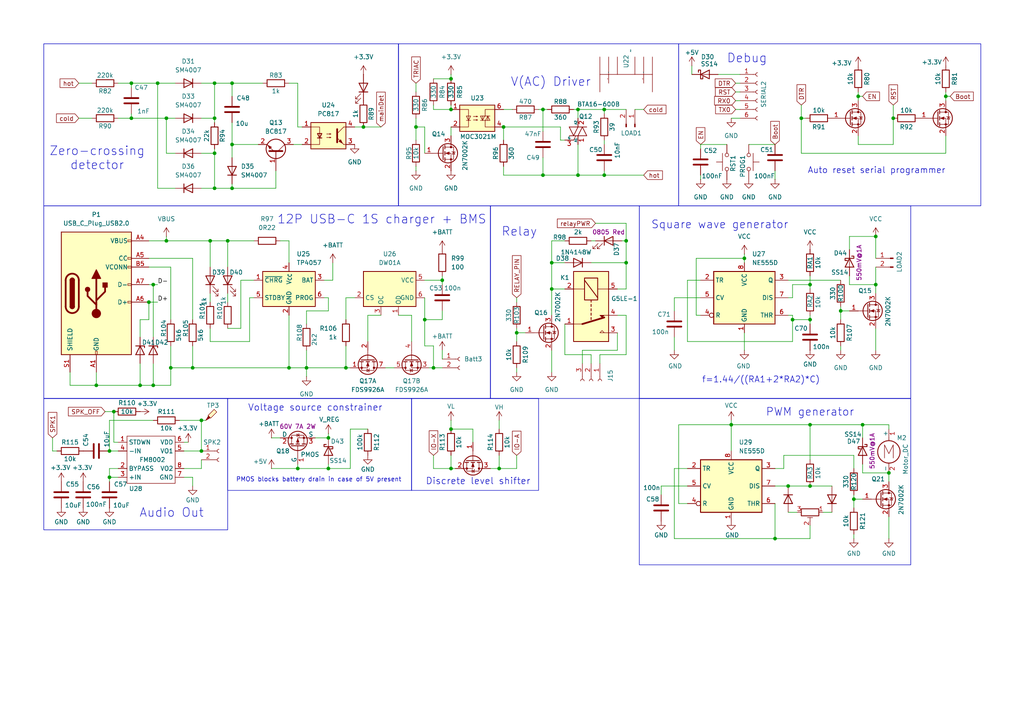
<source format=kicad_sch>
(kicad_sch (version 20231120) (generator "eeschema") (generator_version "8.0")
  (paper "A4")
  (junction (at 67.31 54.61))
  (junction (at 43.18 87.63))
  (junction (at 58.42 130.81))
  (junction (at 248.92 27.94))
  (junction (at 234.95 140.97))
  (junction (at 66.04 69.85))
  (junction (at 100.33 106.68))
  (junction (at 149.86 96.52))
  (junction (at 62.23 34.29))
  (junction (at 83.82 106.68))
  (junction (at 130.81 124.46))
  (junction (at 167.64 50.8))
  (junction (at 232.41 34.29))
  (junction (at 123.19 92.71))
  (junction (at 62.23 24.13))
  (junction (at 167.64 31.75))
  (junction (at 48.26 69.85))
  (junction (at 130.81 22.86))
  (junction (at 229.87 92.71))
  (junction (at 49.53 106.68))
  (junction (at 38.1 24.13))
  (junction (at 160.02 83.82))
  (junction (at 215.9 74.93))
  (junction (at 40.64 111.76))
  (junction (at 234.95 123.19))
  (junction (at 86.36 135.89))
  (junction (at 31.75 138.43))
  (junction (at 67.31 24.13))
  (junction (at 157.48 50.8))
  (junction (at 257.81 137.16))
  (junction (at 67.31 41.91))
  (junction (at 224.79 156.21))
  (junction (at 212.09 123.19))
  (junction (at 33.02 119.38))
  (junction (at 243.84 90.17))
  (junction (at 125.73 106.68))
  (junction (at 58.42 121.92))
  (junction (at 130.81 31.75))
  (junction (at 160.02 76.2))
  (junction (at 120.65 36.83))
  (junction (at 175.26 31.75))
  (junction (at 44.45 82.55))
  (junction (at 234.95 92.71))
  (junction (at 60.96 69.85))
  (junction (at 274.32 27.94))
  (junction (at 55.88 106.68))
  (junction (at 254 68.58))
  (junction (at 48.26 34.29))
  (junction (at 95.25 127))
  (junction (at 88.9 106.68))
  (junction (at 181.61 69.85))
  (junction (at 254 82.55))
  (junction (at 175.26 50.8))
  (junction (at 228.6 140.97))
  (junction (at 181.61 76.2))
  (junction (at 95.25 135.89))
  (junction (at 38.1 34.29))
  (junction (at 234.95 82.55))
  (junction (at 146.05 36.83))
  (junction (at 128.27 81.28))
  (junction (at 250.19 123.19))
  (junction (at 31.75 130.81))
  (junction (at 62.23 44.45))
  (junction (at 157.48 31.75))
  (junction (at 144.78 135.89))
  (junction (at 27.94 111.76))
  (junction (at 105.41 36.83))
  (junction (at 247.65 144.78))
  (junction (at 130.81 135.89))
  (junction (at 45.72 24.13))
  (junction (at 44.45 111.76))
  (junction (at 259.08 34.29))
  (junction (at 62.23 54.61))
  (wire (pts (xy 95.25 86.36) (xy 93.98 86.36)))
  (wire (pts (xy 201.93 74.93) (xy 201.93 91.44)))
  (wire (pts (xy 274.32 27.94) (xy 274.32 29.21)))
  (wire (pts (xy 149.86 96.52) (xy 152.4 96.52)))
  (wire (pts (xy 34.29 24.13) (xy 38.1 24.13)))
  (wire (pts (xy 234.95 123.19) (xy 250.19 123.19)))
  (wire (pts (xy 106.68 124.46) (xy 101.6 124.46)))
  (wire (pts (xy 48.26 69.85) (xy 60.96 69.85)))
  (wire (pts (xy 34.29 135.89) (xy 31.75 135.89)))
  (wire (pts (xy 229.87 91.44) (xy 228.6 91.44)))
  (wire (pts (xy 203.2 43.18) (xy 203.2 41.91)))
  (wire (pts (xy 200.66 21.59) (xy 200.66 19.05)))
  (wire (pts (xy 33.02 119.38) (xy 33.02 128.27)))
  (wire (pts (xy 60.96 95.25) (xy 60.96 99.06)))
  (wire (pts (xy 201.93 91.44) (xy 203.2 91.44)))
  (wire (pts (xy 86.36 36.83) (xy 86.36 24.13)))
  (wire (pts (xy 88.9 90.17) (xy 95.25 90.17)))
  (wire (pts (xy 44.45 111.76) (xy 49.53 111.76)))
  (wire (pts (xy 67.31 24.13) (xy 76.2 24.13)))
  (wire (pts (xy 123.19 86.36) (xy 123.19 92.71)))
  (wire (pts (xy 184.15 31.75) (xy 186.69 31.75)))
  (wire (pts (xy 199.39 99.06) (xy 229.87 99.06)))
  (wire (pts (xy 144.78 135.89) (xy 144.78 132.08)))
  (wire (pts (xy 227.33 135.89) (xy 224.79 135.89)))
  (wire (pts (xy 224.79 140.97) (xy 228.6 140.97)))
  (wire (pts (xy 49.53 77.47) (xy 43.18 77.47)))
  (wire (pts (xy 27.94 111.76) (xy 27.94 107.95)))
  (wire (pts (xy 95.25 90.17) (xy 95.25 86.36)))
  (wire (pts (xy 246.38 68.58) (xy 254 68.58)))
  (wire (pts (xy 124.46 106.68) (xy 125.73 106.68)))
  (wire (pts (xy 213.36 24.13) (xy 214.63 24.13)))
  (wire (pts (xy 43.18 82.55) (xy 44.45 82.55)))
  (wire (pts (xy 62.23 34.29) (xy 62.23 35.56)))
  (wire (pts (xy 62.23 44.45) (xy 62.23 43.18)))
  (wire (pts (xy 181.61 102.87) (xy 173.99 102.87)))
  (wire (pts (xy 31.75 121.92) (xy 31.75 130.81)))
  (wire (pts (xy 146.05 48.26) (xy 146.05 50.8)))
  (wire (pts (xy 247.65 143.51) (xy 247.65 144.78)))
  (wire (pts (xy 248.92 26.67) (xy 248.92 27.94)))
  (wire (pts (xy 250.19 134.62) (xy 250.19 137.16)))
  (wire (pts (xy 163.83 102.87) (xy 163.83 93.98)))
  (wire (pts (xy 232.41 44.45) (xy 274.32 44.45)))
  (wire (pts (xy 149.86 106.68) (xy 149.86 107.95)))
  (wire (pts (xy 248.92 41.91) (xy 248.92 39.37)))
  (wire (pts (xy 157.48 50.8) (xy 167.64 50.8)))
  (wire (pts (xy 229.87 86.36) (xy 228.6 86.36)))
  (wire (pts (xy 259.08 30.48) (xy 259.08 34.29)))
  (wire (pts (xy 93.98 81.28) (xy 96.52 81.28)))
  (wire (pts (xy 175.26 31.75) (xy 181.61 31.75)))
  (wire (pts (xy 120.65 48.26) (xy 120.65 49.53)))
  (wire (pts (xy 191.77 140.97) (xy 199.39 140.97)))
  (wire (pts (xy 55.88 74.93) (xy 55.88 92.71)))
  (wire (pts (xy 88.9 106.68) (xy 100.33 106.68)))
  (wire (pts (xy 43.18 74.93) (xy 55.88 74.93)))
  (wire (pts (xy 95.25 134.62) (xy 95.25 135.89)))
  (wire (pts (xy 49.53 111.76) (xy 49.53 106.68)))
  (wire (pts (xy 67.31 53.34) (xy 67.31 54.61)))
  (wire (pts (xy 130.81 36.83) (xy 130.81 39.37)))
  (wire (pts (xy 80.01 54.61) (xy 67.31 54.61)))
  (wire (pts (xy 58.42 130.81) (xy 53.34 130.81)))
  (wire (pts (xy 58.42 34.29) (xy 62.23 34.29)))
  (wire (pts (xy 181.61 69.85) (xy 181.61 76.2)))
  (wire (pts (xy 224.79 156.21) (xy 234.95 156.21)))
  (wire (pts (xy 212.09 123.19) (xy 234.95 123.19)))
  (wire (pts (xy 86.36 24.13) (xy 83.82 24.13)))
  (wire (pts (xy 130.81 135.89) (xy 130.81 132.08)))
  (wire (pts (xy 137.16 124.46) (xy 130.81 124.46)))
  (wire (pts (xy 247.65 135.89) (xy 247.65 132.08)))
  (wire (pts (xy 100.33 106.68) (xy 101.6 106.68)))
  (wire (pts (xy 160.02 83.82) (xy 163.83 83.82)))
  (wire (pts (xy 67.31 41.91) (xy 67.31 45.72)))
  (wire (pts (xy 257.81 123.19) (xy 257.81 124.46)))
  (wire (pts (xy 86.36 135.89) (xy 95.25 135.89)))
  (wire (pts (xy 228.6 81.28) (xy 243.84 81.28)))
  (wire (pts (xy 168.91 101.6) (xy 168.91 105.41)))
  (wire (pts (xy 95.25 135.89) (xy 101.6 135.89)))
  (wire (pts (xy 213.36 26.67) (xy 214.63 26.67)))
  (wire (pts (xy 146.05 31.75) (xy 148.59 31.75)))
  (wire (pts (xy 212.09 121.92) (xy 212.09 123.19)))
  (wire (pts (xy 234.95 92.71) (xy 234.95 93.98)))
  (wire (pts (xy 196.85 123.19) (xy 212.09 123.19)))
  (wire (pts (xy 157.48 31.75) (xy 157.48 38.1)))
  (wire (pts (xy 49.53 106.68) (xy 55.88 106.68)))
  (wire (pts (xy 38.1 24.13) (xy 38.1 25.4)))
  (wire (pts (xy 69.85 81.28) (xy 73.66 81.28)))
  (wire (pts (xy 43.18 87.63) (xy 45.72 87.63)))
  (wire (pts (xy 91.44 127) (xy 95.25 127)))
  (wire (pts (xy 215.9 74.93) (xy 201.93 74.93)))
  (wire (pts (xy 195.58 156.21) (xy 224.79 156.21)))
  (wire (pts (xy 31.75 121.92) (xy 44.45 121.92)))
  (wire (pts (xy 31.75 135.89) (xy 31.75 138.43)))
  (wire (pts (xy 160.02 69.85) (xy 160.02 76.2)))
  (wire (pts (xy 53.34 128.27) (xy 54.61 128.27)))
  (wire (pts (xy 40.64 105.41) (xy 40.64 111.76)))
  (wire (pts (xy 62.23 24.13) (xy 62.23 34.29)))
  (wire (pts (xy 66.04 95.25) (xy 69.85 95.25)))
  (wire (pts (xy 48.26 34.29) (xy 50.8 34.29)))
  (wire (pts (xy 234.95 140.97) (xy 241.3 140.97)))
  (wire (pts (xy 274.32 27.94) (xy 275.59 27.94)))
  (wire (pts (xy 213.36 29.21) (xy 214.63 29.21)))
  (wire (pts (xy 125.73 100.33) (xy 125.73 106.68)))
  (wire (pts (xy 30.48 119.38) (xy 33.02 119.38)))
  (wire (pts (xy 128.27 90.17) (xy 128.27 92.71)))
  (wire (pts (xy 44.45 105.41) (xy 44.45 111.76)))
  (wire (pts (xy 125.73 135.89) (xy 130.81 135.89)))
  (wire (pts (xy 95.25 127) (xy 95.25 125.73)))
  (wire (pts (xy 110.49 36.83) (xy 105.41 36.83)))
  (wire (pts (xy 44.45 82.55) (xy 44.45 97.79)))
  (wire (pts (xy 115.57 91.44) (xy 119.38 91.44)))
  (wire (pts (xy 180.34 69.85) (xy 181.61 69.85)))
  (wire (pts (xy 123.19 100.33) (xy 125.73 100.33)))
  (wire (pts (xy 45.72 24.13) (xy 50.8 24.13)))
  (wire (pts (xy 123.19 44.45) (xy 123.19 36.83)))
  (wire (pts (xy 247.65 144.78) (xy 250.19 144.78)))
  (wire (pts (xy 213.36 31.75) (xy 214.63 31.75)))
  (wire (pts (xy 88.9 101.6) (xy 88.9 106.68)))
  (wire (pts (xy 163.83 40.64) (xy 162.56 40.64)))
  (wire (pts (xy 123.19 92.71) (xy 123.19 100.33)))
  (wire (pts (xy 215.9 73.66) (xy 215.9 74.93)))
  (wire (pts (xy 27.94 111.76) (xy 40.64 111.76)))
  (wire (pts (xy 101.6 124.46) (xy 101.6 135.89)))
  (wire (pts (xy 81.28 69.85) (xy 83.82 69.85)))
  (wire (pts (xy 227.33 132.08) (xy 227.33 135.89)))
  (wire (pts (xy 43.18 69.85) (xy 48.26 69.85)))
  (wire (pts (xy 179.07 91.44) (xy 181.61 91.44)))
  (wire (pts (xy 224.79 49.53) (xy 224.79 52.07)))
  (wire (pts (xy 45.72 54.61) (xy 45.72 24.13)))
  (wire (pts (xy 163.83 69.85) (xy 160.02 69.85)))
  (wire (pts (xy 212.09 34.29) (xy 214.63 34.29)))
  (wire (pts (xy 55.88 100.33) (xy 55.88 106.68)))
  (wire (pts (xy 40.64 92.71) (xy 43.18 92.71)))
  (wire (pts (xy 142.24 135.89) (xy 144.78 135.89)))
  (wire (pts (xy 149.86 95.25) (xy 149.86 96.52)))
  (wire (pts (xy 156.21 31.75) (xy 157.48 31.75)))
  (wire (pts (xy 149.86 132.08) (xy 149.86 135.89)))
  (wire (pts (xy 130.81 30.48) (xy 130.81 31.75)))
  (wire (pts (xy 83.82 69.85) (xy 83.82 76.2)))
  (wire (pts (xy 33.02 128.27) (xy 34.29 128.27)))
  (wire (pts (xy 243.84 92.71) (xy 243.84 90.17)))
  (wire (pts (xy 215.9 76.2) (xy 215.9 74.93)))
  (wire (pts (xy 168.91 101.6) (xy 179.07 101.6)))
  (wire (pts (xy 203.2 52.07) (xy 203.2 50.8)))
  (wire (pts (xy 49.53 100.33) (xy 49.53 106.68)))
  (wire (pts (xy 259.08 41.91) (xy 259.08 34.29)))
  (wire (pts (xy 181.61 76.2) (xy 181.61 83.82)))
  (wire (pts (xy 166.37 31.75) (xy 167.64 31.75)))
  (wire (pts (xy 38.1 24.13) (xy 45.72 24.13)))
  (wire (pts (xy 88.9 106.68) (xy 88.9 109.22)))
  (wire (pts (xy 229.87 99.06) (xy 229.87 92.71)))
  (wire (pts (xy 175.26 50.8) (xy 186.69 50.8)))
  (wire (pts (xy 234.95 80.01) (xy 234.95 82.55)))
  (wire (pts (xy 163.83 102.87) (xy 171.45 102.87)))
  (wire (pts (xy 48.26 44.45) (xy 48.26 34.29)))
  (wire (pts (xy 58.42 133.35) (xy 58.42 135.89)))
  (wire (pts (xy 83.82 106.68) (xy 88.9 106.68)))
  (wire (pts (xy 248.92 27.94) (xy 248.92 29.21)))
  (wire (pts (xy 238.76 148.59) (xy 241.3 148.59)))
  (wire (pts (xy 232.41 34.29) (xy 233.68 34.29)))
  (wire (pts (xy 96.52 76.2) (xy 96.52 81.28)))
  (wire (pts (xy 167.64 50.8) (xy 175.26 50.8)))
  (wire (pts (xy 78.74 135.89) (xy 86.36 135.89)))
  (wire (pts (xy 160.02 83.82) (xy 160.02 76.2)))
  (wire (pts (xy 199.39 146.05) (xy 196.85 146.05)))
  (wire (pts (xy 15.24 130.81) (xy 16.51 130.81)))
  (wire (pts (xy 120.65 34.29) (xy 120.65 36.83)))
  (wire (pts (xy 60.96 69.85) (xy 60.96 77.47)))
  (wire (pts (xy 254 77.47) (xy 254 82.55)))
  (wire (pts (xy 167.64 41.91) (xy 167.64 50.8)))
  (wire (pts (xy 49.53 92.71) (xy 49.53 77.47)))
  (wire (pts (xy 160.02 91.44) (xy 160.02 83.82)))
  (wire (pts (xy 179.07 96.52) (xy 179.07 101.6)))
  (wire (pts (xy 55.88 106.68) (xy 83.82 106.68)))
  (wire (pts (xy 31.75 138.43) (xy 34.29 138.43)))
  (wire (pts (xy 67.31 24.13) (xy 62.23 24.13)))
  (wire (pts (xy 58.42 135.89) (xy 53.34 135.89)))
  (wire (pts (xy 203.2 81.28) (xy 199.39 81.28)))
  (wire (pts (xy 160.02 101.6) (xy 160.02 107.95)))
  (wire (pts (xy 67.31 27.94) (xy 67.31 24.13)))
  (wire (pts (xy 181.61 91.44) (xy 181.61 102.87)))
  (wire (pts (xy 125.73 106.68) (xy 128.27 106.68)))
  (wire (pts (xy 34.29 130.81) (xy 31.75 130.81)))
  (wire (pts (xy 195.58 135.89) (xy 195.58 156.21)))
  (wire (pts (xy 195.58 97.79) (xy 195.58 101.6)))
  (wire (pts (xy 175.26 49.53) (xy 175.26 50.8)))
  (wire (pts (xy 58.42 44.45) (xy 62.23 44.45)))
  (wire (pts (xy 250.19 123.19) (xy 257.81 123.19)))
  (wire (pts (xy 246.38 80.01) (xy 246.38 82.55)))
  (wire (pts (xy 199.39 135.89) (xy 195.58 135.89)))
  (wire (pts (xy 125.73 22.86) (xy 130.81 22.86)))
  (wire (pts (xy 106.68 91.44) (xy 110.49 91.44)))
  (wire (pts (xy 157.48 31.75) (xy 158.75 31.75)))
  (wire (pts (xy 123.19 81.28) (xy 128.27 81.28)))
  (wire (pts (xy 50.8 44.45) (xy 48.26 44.45)))
  (wire (pts (xy 247.65 147.32) (xy 247.65 144.78)))
  (wire (pts (xy 88.9 90.17) (xy 88.9 93.98)))
  (wire (pts (xy 248.92 41.91) (xy 259.08 41.91)))
  (wire (pts (xy 58.42 24.13) (xy 62.23 24.13)))
  (wire (pts (xy 203.2 41.91) (xy 210.82 41.91)))
  (wire (pts (xy 22.86 34.29) (xy 26.67 34.29)))
  (wire (pts (xy 234.95 156.21) (xy 234.95 152.4)))
  (wire (pts (xy 20.32 111.76) (xy 27.94 111.76)))
  (wire (pts (xy 128.27 80.01) (xy 128.27 81.28)))
  (wire (pts (xy 162.56 40.64) (xy 162.56 36.83)))
  (wire (pts (xy 254 68.58) (xy 254 74.93)))
  (wire (pts (xy 34.29 34.29) (xy 38.1 34.29)))
  (wire (pts (xy 234.95 91.44) (xy 234.95 92.71)))
  (wire (pts (xy 217.17 41.91) (xy 224.79 41.91)))
  (wire (pts (xy 130.81 21.59) (xy 130.81 22.86)))
  (wire (pts (xy 146.05 36.83) (xy 146.05 40.64)))
  (wire (pts (xy 254 95.25) (xy 254 101.6)))
  (wire (pts (xy 128.27 81.28) (xy 128.27 82.55)))
  (wire (pts (xy 137.16 124.46) (xy 137.16 128.27)))
  (wire (pts (xy 257.81 137.16) (xy 257.81 139.7)))
  (wire (pts (xy 40.64 111.76) (xy 44.45 111.76)))
  (wire (pts (xy 31.75 139.7) (xy 31.75 138.43)))
  (wire (pts (xy 229.87 82.55) (xy 234.95 82.55)))
  (wire (pts (xy 167.64 31.75) (xy 175.26 31.75)))
  (wire (pts (xy 72.39 86.36) (xy 73.66 86.36)))
  (wire (pts (xy 40.64 97.79) (xy 40.64 92.71)))
  (wire (pts (xy 38.1 34.29) (xy 38.1 33.02)))
  (wire (pts (xy 100.33 92.71) (xy 100.33 86.36)))
  (wire (pts (xy 106.68 99.06) (xy 106.68 91.44)))
  (wire (pts (xy 228.6 140.97) (xy 234.95 140.97)))
  (wire (pts (xy 274.32 44.45) (xy 274.32 39.37)))
  (wire (pts (xy 234.95 123.19) (xy 234.95 133.35)))
  (wire (pts (xy 171.45 69.85) (xy 172.72 69.85)))
  (wire (pts (xy 171.45 102.87) (xy 171.45 105.41)))
  (wire (pts (xy 69.85 95.25) (xy 69.85 81.28)))
  (wire (pts (xy 149.86 86.36) (xy 149.86 87.63)))
  (wire (pts (xy 67.31 35.56) (xy 67.31 41.91)))
  (wire (pts (xy 50.8 54.61) (xy 45.72 54.61)))
  (wire (pts (xy 167.64 31.75) (xy 167.64 34.29)))
  (wire (pts (xy 120.65 36.83) (xy 123.19 36.83)))
  (wire (pts (xy 43.18 92.71) (xy 43.18 87.63)))
  (wire (pts (xy 246.38 82.55) (xy 254 82.55)))
  (wire (pts (xy 229.87 92.71) (xy 229.87 91.44)))
  (wire (pts (xy 80.01 49.53) (xy 80.01 54.61)))
  (wire (pts (xy 105.41 36.83) (xy 102.87 36.83)))
  (wire (pts (xy 247.65 132.08) (xy 227.33 132.08)))
  (wire (pts (xy 144.78 121.92) (xy 144.78 124.46)))
  (wire (pts (xy 120.65 24.13) (xy 120.65 26.67)))
  (wire (pts (xy 83.82 91.44) (xy 83.82 106.68)))
  (wire (pts (xy 102.87 86.36) (xy 100.33 86.36)))
  (wire (pts (xy 86.36 36.83) (xy 87.63 36.83)))
  (wire (pts (xy 149.86 135.89) (xy 144.78 135.89)))
  (wire (pts (xy 274.32 26.67) (xy 274.32 27.94)))
  (wire (pts (xy 132.08 135.89) (xy 130.81 135.89)))
  (wire (pts (xy 191.77 143.51) (xy 191.77 140.97)))
  (wire (pts (xy 149.86 99.06) (xy 149.86 96.52)))
  (wire (pts (xy 66.04 69.85) (xy 73.66 69.85)))
  (wire (pts (xy 22.86 24.13) (xy 26.67 24.13)))
  (wire (pts (xy 60.96 99.06) (xy 72.39 99.06)))
  (wire (pts (xy 20.32 111.76) (xy 20.32 107.95)))
  (wire (pts (xy 243.84 100.33) (xy 243.84 101.6)))
  (wire (pts (xy 195.58 90.17) (xy 195.58 86.36)))
  (wire (pts (xy 52.07 121.92) (xy 58.42 121.92)))
  (wire (pts (xy 195.58 86.36) (xy 203.2 86.36)))
  (wire (pts (xy 114.3 106.68) (xy 111.76 106.68)))
  (wire (pts (xy 181.61 64.77) (xy 181.61 69.85)))
  (wire (pts (xy 125.73 132.08) (xy 125.73 135.89)))
  (wire (pts (xy 229.87 92.71) (xy 234.95 92.71)))
  (wire (pts (xy 125.73 31.75) (xy 130.81 31.75)))
  (wire (pts (xy 250.19 137.16) (xy 257.81 137.16)))
  (wire (pts (xy 247.65 154.94) (xy 247.65 156.21)))
  (wire (pts (xy 248.92 27.94) (xy 250.19 27.94)))
  (wire (pts (xy 58.42 54.61) (xy 62.23 54.61)))
  (wire (pts (xy 157.48 45.72) (xy 157.48 50.8)))
  (wire (pts (xy 171.45 76.2) (xy 181.61 76.2)))
  (wire (pts (xy 66.04 69.85) (xy 66.04 77.47)))
  (wire (pts (xy 119.38 91.44) (xy 119.38 99.06)))
  (wire (pts (xy 72.39 99.06) (xy 72.39 86.36)))
  (wire (pts (xy 55.88 140.97) (xy 55.88 138.43)))
  (wire (pts (xy 38.1 34.29) (xy 48.26 34.29)))
  (wire (pts (xy 229.87 82.55) (xy 229.87 86.36)))
  (wire (pts (xy 172.72 64.77) (xy 181.61 64.77)))
  (wire (pts (xy 254 82.55) (xy 254 85.09)))
  (wire (pts (xy 87.63 41.91) (xy 85.09 41.91)))
  (wire (pts (xy 128.27 92.71) (xy 123.19 92.71)))
  (wire (pts (xy 60.96 69.85) (xy 66.04 69.85)))
  (wire (pts (xy 60.96 85.09) (xy 60.96 87.63)))
  (wire (pts (xy 128.27 101.6) (xy 128.27 104.14)))
  (wire (pts (xy 250.19 127) (xy 250.19 123.19)))
  (wire (pts (xy 146.05 50.8) (xy 157.48 50.8)))
  (wire (pts (xy 59.69 121.92) (xy 58.42 121.92)))
  (wire (pts (xy 62.23 54.61) (xy 67.31 54.61)))
  (wire (pts (xy 48.26 69.85) (xy 48.26 68.58)))
  (wire (pts (xy 67.31 41.91) (xy 74.93 41.91)))
  (wire (pts (xy 212.09 130.81) (xy 212.09 123.19)))
  (wire (pts (xy 100.33 100.33) (xy 100.33 106.68)))
  (wire (pts (xy 130.81 121.92) (xy 130.81 124.46)))
  (wire (pts (xy 215.9 96.52) (xy 215.9 101.6)))
  (wire (pts (xy 243.84 90.17) (xy 246.38 90.17)))
  (wire (pts (xy 86.36 135.89) (xy 86.36 134.62)))
  (wire (pts (xy 146.05 36.83) (xy 162.56 36.83)))
  (wire (pts (xy 181.61 83.82) (xy 179.07 83.82)))
  (wire (pts (xy 66.04 85.09) (xy 66.04 87.63)))
  (wire (pts (xy 243.84 88.9) (xy 243.84 90.17)))
  (wire (pts (xy 175.26 31.75) (xy 175.26 33.02)))
  (wire (pts (xy 58.42 121.92) (xy 58.42 130.81)))
  (wire (pts (xy 120.65 36.83) (xy 120.65 40.64)))
  (wire (pts (xy 163.83 76.2) (xy 160.02 76.2)))
  (wire (pts (xy 15.24 127) (xy 15.24 130.81)))
  (wire (pts (xy 55.88 138.43) (xy 53.34 138.43)))
  (wire (pts (xy 125.73 30.48) (xy 125.73 31.75)))
  (wire (pts (xy 62.23 54.61) (xy 62.23 44.45)))
  (wire (pts (xy 199.39 81.28) (xy 199.39 99.06)))
  (wire (pts (xy 232.41 34.29) (xy 232.41 44.45)))
  (wire (pts (xy 208.28 21.59) (xy 214.63 21.59)))
  (wire (pts (xy 224.79 146.05) (xy 224.79 156.21)))
  (wire (pts (xy 44.45 82.55) (xy 45.72 82.55)))
  (wire (pts (xy 228.6 148.59) (xy 231.14 148.59)))
  (wire (pts (xy 246.38 72.39) (xy 246.38 68.58)))
  (wire (pts (xy 257.81 149.86) (xy 257.81 156.21)))
  (wire (pts (xy 234.95 82.55) (xy 234.95 83.82)))
  (wire (pts (xy 196.85 146.05) (xy 196.85 123.19)))
  (wire (pts (xy 175.26 40.64) (xy 175.26 41.91)))
  (wire (pts (xy 232.41 30.48) (xy 232.41 34.29)))
  (wire (pts (xy 173.99 102.87) (xy 173.99 105.41)))
  (wire (pts (xy 78.74 127) (xy 81.28 127)))
  (rectangle (start 66.04 115.57) (end 119.38 142.24))
  (rectangle (start 12.7 115.57) (end 66.04 153.67))
  (rectangle (start 196.85 12.7) (end 284.48 59.69))
  (rectangle (start 115.57 12.7) (end 196.85 59.69))
  (rectangle (start 12.7 59.69) (end 142.24 115.57))
  (rectangle (start 185.42 115.57) (end 264.16 163.83))
  (rectangle (start 142.24 59.69) (end 185.42 115.57))
  (rectangle (start 119.38 115.57) (end 156.21 142.24))
  (rectangle (start 12.7 12.7) (end 115.57 59.69))
  (rectangle (start 185.42 59.69) (end 264.16 115.57))
  (text "Discrete level shifter" (at 138.684 139.7 0) (effects (font (size 1.905 1.905))))
  (text "Audio Out" (at 49.784 148.844 0) (effects (font (size 2.54 2.54))))
  (text "12P USB-C 1S charger + BMS" (at 110.744 63.754 0) (effects (font (size 2.54 2.54))))
  (text "Voltage source constrainer" (at 91.44 118.364 0) (effects (font (size 1.905 1.905))))
  (text "Square wave generator" (at 208.788 65.278 0) (effects (font (size 2.286 2.286))))
  (text "PMOS blocks battery drain in case of 5V present" (at 92.456 139.192 0) (effects (font (size 1.27 1.27))))
  (text "f=1.44/((RA1+2*RA2)*C)" (at 220.726 110.236 0) (effects (font (size 1.778 1.778))))
  (text "Relay" (at 150.622 67.31 0) (effects (font (size 2.54 2.54))))
  (text "Zero-crossing\ndetector" (at 28.194 45.974 0) (effects (font (size 2.54 2.54))))
  (text "Auto reset serial programmer" (at 254.254 49.53 0) (effects (font (size 1.778 1.778))))
  (text "PWM generator" (at 234.95 119.634 0) (effects (font (size 2.286 2.286))))
  (text "Debug" (at 216.662 17.018 0) (effects (font (size 2.54 2.54))))
  (text "V(AC) Driver" (at 159.766 23.876 0) (effects (font (size 2.54 2.54))))
  (label "D+" (at 45.72 87.63 0))
  (label "D-" (at 45.72 82.55 0))
  (global_label "Boot" (shape input) (at 275.59 27.94 0) (property "Intersheetrefs" "${INTERSHEET_REFS}" (effects (hide yes))))
  (global_label "EN" (shape input) (at 250.19 27.94 0) (property "Intersheetrefs" "${INTERSHEET_REFS}" (effects (hide yes))))
  (global_label "RX0" (shape input) (at 213.36 29.21 180) (property "Intersheetrefs" "${INTERSHEET_REFS}" (effects (hide yes))))
  (global_label "cold" (shape input) (at 22.86 34.29 180) (property "Intersheetrefs" "${INTERSHEET_REFS}" (effects (hide yes))))
  (global_label "mainDet" (shape input) (at 110.49 36.83 90) (property "Intersheetrefs" "${INTERSHEET_REFS}" (effects (hide yes))))
  (global_label "TRIAC" (shape input) (at 120.65 24.13 90) (property "Intersheetrefs" "${INTERSHEET_REFS}" (effects (hide yes))))
  (global_label "DTR" (shape input) (at 232.41 30.48 90) (property "Intersheetrefs" "${INTERSHEET_REFS}" (effects (hide yes))))
  (global_label "EN" (shape input) (at 203.2 41.91 90) (property "Intersheetrefs" "${INTERSHEET_REFS}" (effects (hide yes))))
  (global_label "TX0" (shape input) (at 213.36 31.75 180) (property "Intersheetrefs" "${INTERSHEET_REFS}" (effects (hide yes))))
  (global_label "RELAY_PIN" (shape input) (at 149.86 86.36 90) (property "Intersheetrefs" "${INTERSHEET_REFS}" (effects (hide yes))))
  (global_label "SPK1" (shape input) (at 15.24 127 90) (property "Intersheetrefs" "${INTERSHEET_REFS}" (effects (hide yes))))
  (global_label "cold" (shape input) (at 186.69 31.75 0) (property "Intersheetrefs" "${INTERSHEET_REFS}" (effects (hide yes))))
  (global_label "SPK_OFF" (shape input) (at 30.48 119.38 180) (property "Intersheetrefs" "${INTERSHEET_REFS}" (effects (hide yes))))
  (global_label "hot" (shape input) (at 22.86 24.13 180) (property "Intersheetrefs" "${INTERSHEET_REFS}" (effects (hide yes))))
  (global_label "hot" (shape input) (at 186.69 50.8 0) (property "Intersheetrefs" "${INTERSHEET_REFS}" (effects (hide yes))))
  (global_label "Boot" (shape input) (at 224.79 41.91 90) (property "Intersheetrefs" "${INTERSHEET_REFS}" (effects (hide yes))))
  (global_label "RST" (shape input) (at 259.08 30.48 90) (property "Intersheetrefs" "${INTERSHEET_REFS}" (effects (hide yes))))
  (global_label "DTR" (shape input) (at 213.36 24.13 180) (property "Intersheetrefs" "${INTERSHEET_REFS}" (effects (hide yes))))
  (global_label "relayPWR" (shape input) (at 172.72 64.77 180) (property "Intersheetrefs" "${INTERSHEET_REFS}" (effects (hide yes))))
  (global_label "IO-A" (shape input) (at 149.86 132.08 90) (property "Intersheetrefs" "${INTERSHEET_REFS}" (effects (hide yes))))
  (global_label "RST" (shape input) (at 213.36 26.67 180) (property "Intersheetrefs" "${INTERSHEET_REFS}" (effects (hide yes))))
  (global_label "IO-X" (shape input) (at 125.73 132.08 90) (property "Intersheetrefs" "${INTERSHEET_REFS}" (effects (hide yes))))
  (symbol (lib_id "Switch:SW_Push") (at 210.82 46.99 90) (unit 1)
    (property "Reference" "RST1" (at 212.598 44.958 0) (effects (justify right)))
    (property "Value" "SW_Push" (effects (hide yes)))
    (property "Footprint" "Button_Switch_SMD:SW_SPST_PTS647_Sx38" (effects (hide yes)))
    (property "Description" "Push button switch, generic, two pins" (effects (hide yes)))
    (property "LCSC" "C455246" (effects (hide yes)))
  )
  (symbol (lib_id "Device:R") (at 247.65 151.13 0) (unit 1)
    (property "Reference" "R121" (at 250.19 151.13 90))
    (property "Value" "10k" (at 245.364 151.13 90))
    (property "Footprint" "Resistor_SMD:R_0805_2012Metric" (effects (hide yes)))
    (property "Description" "Resistor" (effects (hide yes)))
    (property "LCSC" "C17414" (effects (hide yes)))
  )
  (symbol (lib_id "power:+BATT") (at 128.27 72.39 0) (unit 1)
    (property "Reference" "#PWR109" (effects (hide yes)))
    (property "Value" "+BATT" (at 128.27 67.31 0))
    (property "Description" "Power symbol creates a global label with name \"+BATT\"" (effects (hide yes)))
  )
  (symbol (lib_id "Diode:SM4007") (at 54.61 44.45 0) (unit 1)
    (property "Reference" "D34" (at 54.61 38.1 0))
    (property "Value" "SM4007" (at 54.61 40.64 0))
    (property "Footprint" "Diode_SMD:D_MELF" (effects (hide yes)))
    (property "Datasheet" "http://cdn-reichelt.de/documents/datenblatt/A400/SMD1N400%23DIO.pdf" (effects (hide yes)))
    (property "Description" "1000V 1A General Purpose Rectifier Diode, MELF" (effects (hide yes)))
    (property "Sim.Device" "D" (effects (hide yes)))
    (property "Sim.Pins" "1=K 2=A" (effects (hide yes)))
  )
  (symbol (lib_id "power:GND") (at 31.75 147.32 0) (mirror y) (unit 1)
    (property "Reference" "#PWR135" (effects (hide yes)))
    (property "Value" "GND" (at 31.75 151.384 0))
    (property "Description" "Power symbol creates a global label with name \"GND\" , ground" (effects (hide yes)))
  )
  (symbol (lib_id "Transistor_FET:2N7002K") (at 251.46 90.17 0) (unit 1)
    (property "Reference" "Q15" (at 248.92 84.328 0) (effects (justify left)))
    (property "Value" "2N7002K" (at 257.556 94.742 90) (effects (justify left)))
    (property "Footprint" "Package_TO_SOT_SMD:SOT-23" (effects (hide yes)))
    (property "Datasheet" "https://www.diodes.com/assets/Datasheets/ds30896.pdf" (effects (hide yes)))
    (property "Description" "0.38A Id, 60V Vds, N-Channel MOSFET, SOT-23" (effects (hide yes)))
    (property "LCSC" "C65189" (effects (hide yes)))
  )
  (symbol (lib_id "Device:R") (at 60.96 91.44 180) (unit 1)
    (property "Reference" "R101" (at 58.674 92.71 90) (effects (justify right)))
    (property "Value" "1k" (at 59.182 88.646 90) (effects (justify right)))
    (property "Footprint" "Resistor_SMD:R_0603_1608Metric" (effects (hide yes)))
    (property "Description" "Resistor" (effects (hide yes)))
  )
  (symbol (lib_id "power:+3.3V") (at 17.78 139.7 0) (unit 1)
    (property "Reference" "#PWR130" (effects (hide yes)))
    (property "Value" "+3.3V" (at 17.526 135.636 0))
    (property "Description" "Power symbol creates a global label with name \"+3.3V\"" (effects (hide yes)))
  )
  (symbol (lib_id "power:+5V") (at 78.74 135.89 0) (mirror y) (unit 1)
    (property "Reference" "#PWR129" (effects (hide yes)))
    (property "Value" "+5V" (at 75.438 133.858 0))
    (property "Description" "Power symbol creates a global label with name \"+5V\"" (effects (hide yes)))
  )
  (symbol (lib_id "power:GND") (at 247.65 156.21 0) (unit 1)
    (property "Reference" "#PWR149" (effects (hide yes)))
    (property "Value" "GND" (at 247.65 160.528 0))
    (property "Description" "Power symbol creates a global label with name \"GND\" , ground" (effects (hide yes)))
  )
  (symbol (lib_id "Triac_Thyristor:BTA16-600B") (at 167.64 38.1 0) (unit 1)
    (property "Reference" "Q12" (at 167.894 33.782 0) (effects (justify left)))
    (property "Value" "BTA16-600B" (at 167.386 30.226 0) (effects (justify left)))
    (property "Footprint" "Package_TO_SOT_THT:TO-220-3_Vertical" (effects (hide yes)))
    (property "Datasheet" "https://www.st.com/resource/en/datasheet/bta16.pdf" (effects (hide yes)))
    (property "Description" "16A RMS, 600V Off-State Voltage, 50mA Sensitivity, Insulated, Triac, TO-220" (effects (hide yes)))
    (property "LCSC" "C7471857" (effects (hide yes)))
  )
  (symbol (lib_id "power:GND") (at 55.88 140.97 0) (mirror y) (unit 1)
    (property "Reference" "#PWR132" (effects (hide yes)))
    (property "Value" "GND" (at 55.88 145.034 0))
    (property "Description" "Power symbol creates a global label with name \"GND\" , ground" (effects (hide yes)))
  )
  (symbol (lib_id "Device:C") (at 31.75 143.51 0) (unit 1)
    (property "Reference" "C57" (at 33.02 140.462 0) (effects (justify left)))
    (property "Value" "10uF" (at 32.766 146.558 0) (effects (justify left)))
    (property "Footprint" "Capacitor_SMD:C_0805_2012Metric" (effects (hide yes)))
    (property "Datasheet" "https://www.lcsc.com/datasheet/C15850.pdf" (effects (hide yes)))
    (property "Description" "10uF 25V X5R ±10% 0805 Multilayer Ceramic Capacitors MLCC - SMD/SMT ROHS" (effects (hide yes)))
    (property "LCSC" "C15850" (effects (hide yes)))
    (property "Manufacturer " "Samsung Electro-Mechanics" (effects (hide yes)))
    (property "Mfr. Part Number" "CL21A106KAYNNNE" (effects (hide yes)))
    (property "Observations" "Accepts other suppliers" (effects (hide yes)))
  )
  (symbol (lib_id "Device:R") (at 120.65 30.48 0) (unit 1)
    (property "Reference" "R86" (at 123.19 30.48 90))
    (property "Value" "330" (at 120.65 30.48 90))
    (property "Footprint" "Resistor_SMD:R_0805_2012Metric" (effects (hide yes)))
    (property "Description" "Resistor" (effects (hide yes)))
    (property "LCSC" "C17630" (effects (hide yes)))
  )
  (symbol (lib_id "Battery_Management:DW01A") (at 113.03 83.82 0) (mirror y) (unit 1)
    (property "Reference" "U26" (at 113.03 73.66 0))
    (property "Value" "DW01A" (at 113.03 76.2 0))
    (property "Footprint" "Package_TO_SOT_SMD:SOT-23-6" (effects (hide yes)))
    (property "Datasheet" "https://hmsemi.com/downfile/DW01A.PDF" (effects (hide yes)))
    (property "Description" "Overcharge, overcurrent and overdischarge protection IC for single cell lithium-ion/polymer battery" (effects (hide yes)))
  )
  (symbol (lib_id "Diode:SS14") (at 95.25 130.81 90) (mirror x) (unit 1)
    (property "Reference" "D43" (at 99.822 128.016 90) (effects (justify left)))
    (property "Value" "SS14" (at 100.584 133.604 90) (effects (justify left)))
    (property "Footprint" "Diode_SMD:D_SMA" (effects (hide yes)))
    (property "Datasheet" "https://www.vishay.com/docs/88746/ss12.pdf" (effects (hide yes)))
    (property "Description" "40V 1A Schottky Diode, SMA" (effects (hide yes)))
    (property "LCSC" "C2909920" (effects (hide yes)))
    (property "Observations" "550mV@1A" (effects (hide yes)))
  )
  (symbol (lib_id "Device:R") (at 130.81 128.27 0) (mirror y) (unit 1)
    (property "Reference" "R113" (at 128.27 128.27 90))
    (property "Value" "10k" (at 133.096 128.27 90))
    (property "Footprint" "Resistor_SMD:R_0402_1005Metric" (effects (hide yes)))
    (property "Description" "Resistor" (effects (hide yes)))
    (property "LCSC" "C60490" (effects (hide yes)))
  )
  (symbol (lib_id "power:GND") (at 24.13 147.32 0) (mirror y) (unit 1)
    (property "Reference" "#PWR134" (effects (hide yes)))
    (property "Value" "GND" (at 24.13 151.384 0))
    (property "Description" "Power symbol creates a global label with name \"GND\" , ground" (effects (hide yes)))
  )
  (symbol (lib_id "New_Library:Heat Sink 34X12-25") (at 181.61 21.59 0) (unit 1)
    (property "Reference" "U22" (at 181.61 19.812 90) (effects (justify left)))
    (property "Value" "~" (at 182.88 15.24 90) (effects (justify left)))
    (property "Footprint" "Library:HEATSINK-TH_L34.0-W12.0" (effects (hide yes)))
    (property "Datasheet" "https://item.szlcsc.com/datasheet/34X12-25/51772985.html" (effects (hide yes)))
    (property "Manufacturer Part" "34X12-25" (effects (hide yes)))
    (property "Manufacturer" "文豪永顺" (effects (hide yes)))
    (property "Supplier Part" "C49308084" (effects (hide yes)))
    (property "Supplier" "LCSC" (effects (hide yes)))
    (property "LCSC Part Name" "文豪永顺 34X12-25" (effects (hide yes)))
    (property "LCSC" "C49308084" (effects (hide yes)))
  )
  (symbol (lib_id "power:+3.3V") (at 40.64 119.38 270) (unit 1)
    (property "Reference" "#PWR122" (effects (hide yes)))
    (property "Value" "+3.3V" (at 42.672 117.094 90))
    (property "Description" "Power symbol creates a global label with name \"+3.3V\"" (effects (hide yes)))
  )
  (symbol (lib_id "Device:R") (at 20.32 130.81 90) (unit 1)
    (property "Reference" "R115" (at 20.32 128.27 90))
    (property "Value" "10k" (at 20.32 133.096 90))
    (property "Footprint" "Resistor_SMD:R_0805_2012Metric" (effects (hide yes)))
    (property "Datasheet" "https://www.lcsc.com/datasheet/C4382.pdf" (effects (hide yes)))
    (property "Description" "-55℃~+155℃ 10kΩ 125mW 150V Thick Film Resistor ±1% ±100ppm/℃ 0805 Chip Resistor - Surface Mount ROHS" (effects (hide yes)))
    (property "LCSC" "C17414" (effects (hide yes)))
    (property "Mfr. Part Number" "0805W8F1002T5E" (effects (hide yes)))
  )
  (symbol (lib_id "Device:LED") (at 176.53 69.85 0) (unit 1)
    (property "Reference" "D37" (at 178.816 70.358 90) (effects (justify right)))
    (property "Value" "LED_RED" (effects (hide yes)))
    (property "Footprint" "LED_SMD:LED_0805_2012Metric_Pad1.15x1.40mm_HandSolder" (effects (hide yes)))
    (property "Description" "-30℃~+85℃ 1.6V~2.6V 130° 195mcd 25mA 615nm~630nm 630nm 65mW Discrete Diode Red 0805 LED Indication - Discrete ROHS" (effects (hide yes)))
    (property "LCSC" "C84256" (effects (hide yes)))
    (property "Observations" "0805 Red" (at 176.53 67.31 0))
  )
  (symbol (lib_id "power:VCC") (at 212.09 121.92 0) (unit 1)
    (property "Reference" "#PWR151" (effects (hide yes)))
    (property "Value" "VCC" (at 212.09 117.602 0))
    (property "Description" "Power symbol creates a global label with name \"VCC\"" (effects (hide yes)))
  )
  (symbol (lib_id "Device:R") (at 237.49 34.29 270) (unit 1)
    (property "Reference" "R91" (at 237.49 36.83 90))
    (property "Value" "10k" (at 237.49 32.004 90))
    (property "Footprint" "Resistor_SMD:R_0402_1005Metric" (effects (hide yes)))
    (property "Description" "Resistor" (effects (hide yes)))
    (property "LCSC" "C60490" (effects (hide yes)))
  )
  (symbol (lib_id "Timer:NE555D") (at 212.09 140.97 0) (unit 1)
    (property "Reference" "U29" (at 214.2841 128.27 0) (effects (justify left)))
    (property "Value" "NE555D" (at 214.2841 130.81 0) (effects (justify left)))
    (property "Footprint" "Package_SO:SOIC-8_3.9x4.9mm_P1.27mm" (effects (hide yes)))
    (property "Datasheet" "http://www.ti.com/lit/ds/symlink/ne555.pdf" (effects (hide yes)))
    (property "Description" "Precision Timers, 555 compatible, SOIC-8" (effects (hide yes)))
    (property "LCSC" "C7426" (effects (hide yes)))
  )
  (symbol (lib_id "power:GND") (at 17.78 147.32 0) (mirror y) (unit 1)
    (property "Reference" "#PWR133" (effects (hide yes)))
    (property "Value" "GND" (at 17.78 151.384 0))
    (property "Description" "Power symbol creates a global label with name \"GND\" , ground" (effects (hide yes)))
  )
  (symbol (lib_id "Device:R") (at 62.23 39.37 0) (unit 1)
    (property "Reference" "R94" (at 64.516 39.37 90))
    (property "Value" "22k" (at 59.944 39.37 90))
    (property "Footprint" "Resistor_SMD:R_0805_2012Metric" (effects (hide yes)))
    (property "Description" "Resistor" (effects (hide yes)))
    (property "LCSC" "C95781" (effects (hide yes)))
  )
  (symbol (lib_id "power:GND") (at 212.09 151.13 0) (mirror y) (unit 1)
    (property "Reference" "#PWR139" (effects (hide yes)))
    (property "Value" "GND" (at 212.344 155.194 0))
    (property "Description" "Power symbol creates a global label with name \"GND\" , ground" (effects (hide yes)))
  )
  (symbol (lib_id "1_Library_GF:C_THT_RECT") (at 38.1 29.21 180) (unit 1)
    (property "Reference" "C47" (at 42.926 25.4 0) (effects (justify left)))
    (property "Value" "1nF" (at 43.434 32.258 0) (effects (justify left)))
    (property "Footprint" "Capacitor_SMD:C_0805_2012Metric" (effects (hide yes)))
    (property "Datasheet" "https://www.lcsc.com/datasheet/lcsc_datasheet_1811061632_YAGEO-CC0805JRX7R9BB104_C111492.pdf" (effects (hide yes)))
    (property "Description" "50V 100nF X7R ±5% 0805 Multilayer Ceramic Capacitors MLCC - SMD/SMT ROHS" (effects (hide yes)))
    (property "Part Number" "C0805C104J5RALTU" (effects (hide yes)))
    (property "Mfr. Part Number" "CC0805JRX7R9BB104" (effects (hide yes)))
    (property "LCSC" "C2909631" (effects (hide yes)))
  )
  (symbol (lib_id "Isolator:PC817") (at 95.25 39.37 0) (unit 1)
    (property "Reference" "U24" (at 95.25 30.48 0))
    (property "Value" "PC817" (at 95.25 33.02 0))
    (property "Footprint" "Package_DIP:SMDIP-4_W7.62mm" (effects (hide yes)))
    (property "Datasheet" "http://www.soselectronic.cz/a_info/resource/d/pc817.pdf" (effects (hide yes)))
    (property "Description" "DC Optocoupler, Vce 35V, CTR 50-300%, DIP-4" (effects (hide yes)))
    (property "LCSC" "C5451664" (effects (hide yes)))
  )
  (symbol (lib_id "power:GND") (at 210.82 52.07 0) (unit 1)
    (property "Reference" "#PWR105" (effects (hide yes)))
    (property "Value" "GND" (at 210.82 57.15 0))
    (property "Description" "Power symbol creates a global label with name \"GND\" , ground" (effects (hide yes)))
  )
  (symbol (lib_id "power:+3.3V") (at 248.92 19.05 0) (unit 1)
    (property "Reference" "#PWR96" (effects (hide yes)))
    (property "Value" "+3.3V" (at 244.094 18.288 0))
    (property "Description" "Power symbol creates a global label with name \"+3.3V\"" (effects (hide yes)))
  )
  (symbol (lib_id "Diode:PTVS5V0Z1USK") (at 44.45 101.6 270) (unit 1)
    (property "Reference" "D42" (at 44.958 99.314 90) (effects (justify left)))
    (property "Value" "PTVS5V0Z1USK" (effects (hide yes)))
    (property "Footprint" "Diode_SMD:Nexperia_DSN1608-2_1.6x0.8mm" (effects (hide yes)))
    (property "Datasheet" "https://assets.nexperia.com/documents/data-sheet/PTVS5V0Z1USK.pdf" (effects (hide yes)))
    (property "Description" "5V, 1200W TVS unidirectional diode, DSN1608-2" (effects (hide yes)))
  )
  (symbol (lib_id "Diode:SS14") (at 204.47 21.59 0) (unit 1)
    (property "Reference" "D30" (at 205.232 16.51 0))
    (property "Value" "SS14" (at 205.74 18.542 0))
    (property "Footprint" "Diode_SMD:D_SOD-123" (effects (hide yes)))
    (property "Datasheet" "https://www.vishay.com/docs/88746/ss12.pdf" (effects (hide yes)))
    (property "Description" "40V 1A Schottky Diode, SMA" (effects (hide yes)))
    (property "LCSC" "C2909920" (effects (hide yes)))
  )
  (symbol (lib_id "Relay:G5LE-1") (at 171.45 88.9 270) (unit 1)
    (property "Reference" "K1" (at 163.83 80.518 90))
    (property "Value" "G5LE-1" (at 181.102 86.614 90))
    (property "Footprint" "Relay_THT:Relay_SPDT_Omron-G5LE-1" (effects (hide yes)))
    (property "Datasheet" "http://www.omron.com/ecb/products/pdf/en-g5le.pdf" (effects (hide yes)))
    (property "Description" "250V@AC 12V 15A One Conversion: 1C (SPDT-Conversion) Plugin,15.6x19.2mm Power Relays ROHS" (effects (hide yes)))
    (property "LCSC" "C30431" (effects (hide yes)))
    (property "Manufacturer " "Songle Relay" (effects (hide yes)))
    (property "Mfr. Part Number" "G5LE-1 DC12" (effects (hide yes)))
    (property "Observations" "Accepts other suppliers" (effects (hide yes)))
  )
  (symbol (lib_id "Device:R") (at 49.53 96.52 180) (unit 1)
    (property "Reference" "R104" (at 47.498 97.79 90) (effects (justify right)))
    (property "Value" "5k6" (at 51.816 99.06 90) (effects (justify right)))
    (property "Footprint" "Resistor_SMD:R_0603_1608Metric" (effects (hide yes)))
    (property "Description" "Resistor" (effects (hide yes)))
  )
  (symbol (lib_id "power:GND") (at 130.81 49.53 0) (unit 1)
    (property "Reference" "#PWR103" (effects (hide yes)))
    (property "Value" "GND" (at 130.81 54.61 0))
    (property "Description" "Power symbol creates a global label with name \"GND\" , ground" (effects (hide yes)))
  )
  (symbol (lib_id "Device:R") (at 30.48 24.13 270) (unit 1)
    (property "Reference" "R82" (at 30.48 26.416 90))
    (property "Value" "220k" (at 30.48 21.844 90))
    (property "Footprint" "Resistor_SMD:R_0805_2012Metric" (effects (hide yes)))
    (property "Description" "Resistor" (effects (hide yes)))
    (property "LCSC" "C95781" (effects (hide yes)))
  )
  (symbol (lib_id "power:+3.3V") (at 274.32 19.05 0) (mirror y) (unit 1)
    (property "Reference" "#PWR97" (effects (hide yes)))
    (property "Value" "+3.3V" (at 270.256 18.034 0))
    (property "Description" "Power symbol creates a global label with name \"+3.3V\"" (effects (hide yes)))
  )
  (symbol (lib_id "Device:R") (at 274.32 22.86 0) (unit 1)
    (property "Reference" "R81" (at 276.86 22.86 90))
    (property "Value" "10k" (at 272.034 22.86 90))
    (property "Footprint" "Resistor_SMD:R_0805_2012Metric" (effects (hide yes)))
    (property "Datasheet" "https://www.lcsc.com/datasheet/C4382.pdf" (effects (hide yes)))
    (property "Description" "-55℃~+155℃ 10kΩ 125mW 150V Thick Film Resistor ±1% ±100ppm/℃ 0805 Chip Resistor - Surface Mount ROHS" (effects (hide yes)))
    (property "LCSC" "C17414" (effects (hide yes)))
    (property "Mfr. Part Number" "0805W8F1002T5E" (effects (hide yes)))
  )
  (symbol (lib_id "Switch:SW_Push") (at 217.17 46.99 270) (mirror x) (unit 1)
    (property "Reference" "PROG1" (at 215.392 44.958 0) (effects (justify right)))
    (property "Value" "SW_Push" (effects (hide yes)))
    (property "Footprint" "Button_Switch_SMD:SW_SPST_PTS647_Sx38" (effects (hide yes)))
    (property "Description" "Push button switch, generic, two pins" (effects (hide yes)))
    (property "LCSC" "C455246" (effects (hide yes)))
  )
  (symbol (lib_id "Device:C") (at 128.27 86.36 0) (unit 1)
    (property "Reference" "C53" (at 124.46 83.566 0) (effects (justify left)))
    (property "Value" "100n" (at 128.778 83.566 0) (effects (justify left)))
    (property "Footprint" "Capacitor_SMD:C_0603_1608Metric" (effects (hide yes)))
    (property "Description" "Unpolarized capacitor" (effects (hide yes)))
  )
  (symbol (lib_id "Device:R") (at 66.04 91.44 180) (unit 1)
    (property "Reference" "R102" (at 63.754 92.71 90) (effects (justify right)))
    (property "Value" "1k" (at 64.77 88.392 90) (effects (justify right)))
    (property "Footprint" "Resistor_SMD:R_0603_1608Metric" (effects (hide yes)))
    (property "Description" "Resistor" (effects (hide yes)))
  )
  (symbol (lib_id "power:GND") (at 88.9 109.22 0) (unit 1)
    (property "Reference" "#PWR121" (effects (hide yes)))
    (property "Value" "GND" (at 88.9 114.3 0))
    (property "Description" "Power symbol creates a global label with name \"GND\" , ground" (effects (hide yes)))
  )
  (symbol (lib_id "power:+5V") (at 200.66 19.05 0) (unit 1)
    (property "Reference" "#PWR95" (effects (hide yes)))
    (property "Value" "+5V" (at 200.66 15.24 0))
    (property "Description" "Power symbol creates a global label with name \"+5V\"" (effects (hide yes)))
  )
  (symbol (lib_id "Device:C") (at 191.77 147.32 180) (unit 1)
    (property "Reference" "C58" (at 191.262 144.78 0) (effects (justify left)))
    (property "Value" "100n" (at 191.516 141.478 0) (effects (justify left)))
    (property "Footprint" "Capacitor_SMD:C_0805_2012Metric" (effects (hide yes)))
    (property "Description" "Unpolarized capacitor" (effects (hide yes)))
    (property "LCSC" "C2909631" (effects (hide yes)))
  )
  (symbol (lib_id "Diode:SS14") (at 250.19 130.81 270) (unit 1)
    (property "Reference" "D47" (at 245.618 128.016 90) (effects (justify left)))
    (property "Value" "SS14" (at 244.856 125.984 90) (effects (justify left)))
    (property "Footprint" "Diode_SMD:D_SMA" (effects (hide yes)))
    (property "Datasheet" "https://www.vishay.com/docs/88746/ss12.pdf" (effects (hide yes)))
    (property "Description" "40V 1A Schottky Diode, SMA" (effects (hide yes)))
    (property "LCSC" "C2480" (effects (hide yes)))
    (property "Observations" "550mV@1A" (at 252.984 130.81 0))
  )
  (symbol (lib_id "power:GND") (at 243.84 101.6 0) (unit 1)
    (property "Reference" "#PWR117" (effects (hide yes)))
    (property "Value" "GND" (at 243.84 106.68 0))
    (property "Description" "Power symbol creates a global label with name \"GND\" , ground" (effects (hide yes)))
  )
  (symbol (lib_id "Transistor_FET:FDS9926A") (at 106.68 104.14 270) (unit 1)
    (property "Reference" "Q17" (at 106.68 110.49 90))
    (property "Value" "FDS9926A" (at 106.68 113.03 90))
    (property "Footprint" "Package_SO:SOIC-8_3.9x4.9mm_P1.27mm" (effects (hide yes)))
    (property "Datasheet" "https://www.onsemi.com/pub/Collateral/FDS9926A-D.pdf" (effects (hide yes)))
    (property "Description" "6.5A Id, 20V Vds, Dual N-Channel MOSFET, 30mOhm Ron, SO-8" (effects (hide yes)))
  )
  (symbol (lib_id "power:+5V") (at 130.81 121.92 0) (mirror y) (unit 1)
    (property "Reference" "#PWR123" (effects (hide yes)))
    (property "Value" "VL" (at 130.81 117.856 0))
    (property "Description" "Power symbol creates a global label with name \"+5V\"" (effects (hide yes)))
  )
  (symbol (lib_id "Transistor_FET:2N7002K") (at 271.78 34.29 0) (unit 1)
    (property "Reference" "Q11" (effects (hide yes)))
    (property "Value" "2N7002K" (effects (hide yes)))
    (property "Footprint" "Package_TO_SOT_SMD:SOT-23" (effects (hide yes)))
    (property "Datasheet" "https://www.diodes.com/assets/Datasheets/ds30896.pdf" (effects (hide yes)))
    (property "Description" "0.38A Id, 60V Vds, N-Channel MOSFET, SOT-23" (effects (hide yes)))
    (property "LCSC" "C65189" (effects (hide yes)))
  )
  (symbol (lib_id "Device:R") (at 144.78 128.27 0) (mirror y) (unit 1)
    (property "Reference" "R114" (at 142.24 128.27 90))
    (property "Value" "10k" (at 147.066 128.27 90))
    (property "Footprint" "Resistor_SMD:R_0402_1005Metric" (effects (hide yes)))
    (property "Description" "Resistor" (effects (hide yes)))
    (property "LCSC" "C60490" (effects (hide yes)))
  )
  (symbol (lib_id "Device:C") (at 17.78 143.51 0) (unit 1)
    (property "Reference" "C55" (at 19.05 140.462 0) (effects (justify left)))
    (property "Value" "10uF" (at 18.796 146.558 0) (effects (justify left)))
    (property "Footprint" "Capacitor_SMD:C_0805_2012Metric" (effects (hide yes)))
    (property "Datasheet" "https://www.lcsc.com/datasheet/C15850.pdf" (effects (hide yes)))
    (property "Description" "10uF 25V X5R ±10% 0805 Multilayer Ceramic Capacitors MLCC - SMD/SMT ROHS" (effects (hide yes)))
    (property "LCSC" "C15850" (effects (hide yes)))
    (property "Manufacturer " "Samsung Electro-Mechanics" (effects (hide yes)))
    (property "Mfr. Part Number" "CL21A106KAYNNNE" (effects (hide yes)))
    (property "Observations" "Accepts other suppliers" (effects (hide yes)))
  )
  (symbol (lib_id "Device:R") (at 234.95 87.63 180) (unit 1)
    (property "Reference" "RA2" (at 234.95 87.376 90))
    (property "Value" "10k" (at 237.236 87.63 90))
    (property "Footprint" "Resistor_SMD:R_0805_2012Metric" (effects (hide yes)))
    (property "Description" "10kΩ ±1% 125mW 0805 Thick Film Resistor" (effects (hide yes)))
    (property "LCSC" "C17414" (effects (hide yes)))
    (property "Observations" "Accepts other suppliers" (effects (hide yes)))
    (property "Manufacturer " "UNI-ROYAL" (effects (hide yes)))
    (property "Mfr. Part Number" "0805W8F1002T5E" (effects (hide yes)))
  )
  (symbol (lib_id "Device:C") (at 24.13 143.51 0) (unit 1)
    (property "Reference" "C56" (at 25.146 141.224 0) (effects (justify left)))
    (property "Value" "100nF" (at 24.892 146.304 0) (effects (justify left)))
    (property "Footprint" "Capacitor_SMD:C_0805_2012Metric" (effects (hide yes)))
    (property "Datasheet" "https://www.lcsc.com/datasheet/lcsc_datasheet_2304140030_YAGEO-CC0805KRX7R9BB104_C49678.pdf" (effects (hide yes)))
    (property "Description" "50V 100nF X7R ±10% 0805 Multilayer Ceramic Capacitors MLCC - SMD/SMT ROHS" (effects (hide yes)))
    (property "LCSC" "C49678" (effects (hide yes)))
    (property "Manufacturer " "YAGEO" (effects (hide yes)))
    (property "Mfr. Part Number" "CC0805KRX7R9BB104" (effects (hide yes)))
    (property "Observations" "Accepts other suppliers" (effects (hide yes)))
  )
  (symbol (lib_id "power:+3.3V") (at 54.61 128.27 0) (unit 1)
    (property "Reference" "#PWR127" (effects (hide yes)))
    (property "Value" "+3.3V" (at 54.356 124.206 0))
    (property "Description" "Power symbol creates a global label with name \"+3.3V\"" (effects (hide yes)))
  )
  (symbol (lib_id "Device:R") (at 243.84 96.52 0) (unit 1)
    (property "Reference" "R107" (at 246.38 96.52 90))
    (property "Value" "10k" (at 241.554 96.52 90))
    (property "Footprint" "Resistor_SMD:R_0805_2012Metric" (effects (hide yes)))
    (property "Description" "Resistor" (effects (hide yes)))
    (property "LCSC" "C17414" (effects (hide yes)))
  )
  (symbol (lib_id "1_Library_GF:C_THT_RECT") (at 175.26 45.72 180) (unit 1)
    (property "Reference" "C50" (at 174.752 43.434 0) (effects (justify left)))
    (property "Value" "10nF" (at 179.07 41.148 90) (effects (justify left)))
    (property "Footprint" "Capacitor_THT:C_Rect_L7.0mm_W3.5mm_P5.00mm" (effects (hide yes)))
    (property "Datasheet" "https://www.lcsc.com/datasheet/lcsc_datasheet_1811061632_YAGEO-CC0805JRX7R9BB104_C111492.pdf" (effects (hide yes)))
    (property "Description" "50V 100nF X7R ±5% 0805 Multilayer Ceramic Capacitors MLCC - SMD/SMT ROHS" (effects (hide yes)))
    (property "Part Number" "C0805C104J5RALTU" (effects (hide yes)))
    (property "Mfr. Part Number" "CC0805JRX7R9BB104" (effects (hide yes)))
    (property "LCSC" "C2909631" (effects (hide yes)))
  )
  (symbol (lib_id "Simulation_SPICE:PMOS") (at 86.36 129.54 90) (unit 1)
    (property "Reference" "Q18" (at 82.042 130.81 90))
    (property "Value" "PMOS" (at 89.916 131.826 90))
    (property "Footprint" "Package_TO_SOT_SMD:SOT-223-3_TabPin2" (effects (hide yes)))
    (property "Datasheet" "https://ngspice.sourceforge.io/docs/ngspice-html-manual/manual.xhtml#cha_MOSFETs" (effects (hide yes)))
    (property "Description" "P-MOSFET transistor, drain/source/gate" (effects (hide yes)))
    (property "LCSC" "C154901" (effects (hide yes)))
    (property "Observations" "60V 7A 2W" (at 86.36 123.698 90))
  )
  (symbol (lib_id "Diode:SS14") (at 246.38 76.2 270) (unit 1)
    (property "Reference" "D44" (at 241.808 73.406 90) (effects (justify left)))
    (property "Value" "SS14" (at 241.046 78.994 90) (effects (justify left)))
    (property "Footprint" "Diode_SMD:D_SMA" (effects (hide yes)))
    (property "Datasheet" "https://www.vishay.com/docs/88746/ss12.pdf" (effects (hide yes)))
    (property "Description" "40V 1A Schottky Diode, SMA" (effects (hide yes)))
    (property "LCSC" "C2480" (effects (hide yes)))
    (property "Observations" "550mV@1A" (at 249.174 76.2 0))
  )
  (symbol (lib_id "Device:C") (at 67.31 31.75 0) (unit 1)
    (property "Reference" "C48" (at 68.58 28.448 0) (effects (justify left)))
    (property "Value" "10u" (at 68.326 35.814 0) (effects (justify left)))
    (property "Footprint" "Capacitor_SMD:C_0805_2012Metric" (effects (hide yes)))
    (property "Description" "Unpolarized capacitor" (effects (hide yes)))
    (property "LCSC" "C77075" (effects (hide yes)))
  )
  (symbol (lib_id "Device:R_Potentiometer_Trim") (at 234.95 148.59 270) (unit 1)
    (property "Reference" "RV2" (effects (hide yes)))
    (property "Value" "10k" (effects (hide yes)))
    (property "Footprint" "Potentiometer_THT:Potentiometer_Runtron_RM-065_Vertical" (effects (hide yes)))
    (property "Description" "Trim-potentiometer" (effects (hide yes)))
    (property "LCSC" "C5205021" (effects (hide yes)))
  )
  (symbol (lib_id "Diode:PTVS5V0Z1USK") (at 40.64 101.6 270) (unit 1)
    (property "Reference" "D41" (at 41.148 99.314 90) (effects (justify left)))
    (property "Value" "PTVS5V0Z1USK" (effects (hide yes)))
    (property "Footprint" "Diode_SMD:Nexperia_DSN1608-2_1.6x0.8mm" (effects (hide yes)))
    (property "Datasheet" "https://assets.nexperia.com/documents/data-sheet/PTVS5V0Z1USK.pdf" (effects (hide yes)))
    (property "Description" "5V, 1200W TVS unidirectional diode, DSN1608-2" (effects (hide yes)))
  )
  (symbol (lib_id "power:+BATT") (at 95.25 125.73 0) (mirror y) (unit 1)
    (property "Reference" "#PWR125" (effects (hide yes)))
    (property "Value" "V_REG" (at 95.504 121.666 0))
    (property "Description" "Power symbol creates a global label with name \"+BATT\"" (effects (hide yes)))
  )
  (symbol (lib_id "Device:R") (at 149.86 91.44 0) (unit 1)
    (property "Reference" "R103" (at 149.86 91.44 90))
    (property "Value" "330" (at 147.574 91.44 90))
    (property "Footprint" "Resistor_SMD:R_0805_2012Metric" (effects (hide yes)))
    (property "Description" "Resistor" (effects (hide yes)))
    (property "LCSC" "C17630" (effects (hide yes)))
  )
  (symbol (lib_id "Device:R") (at 125.73 26.67 0) (unit 1)
    (property "Reference" "R84" (at 128.27 26.67 90))
    (property "Value" "330" (at 125.73 26.67 90))
    (property "Footprint" "Resistor_SMD:R_0805_2012Metric" (effects (hide yes)))
    (property "Description" "Resistor" (effects (hide yes)))
    (property "LCSC" "C17630" (effects (hide yes)))
  )
  (symbol (lib_id "power:+3.3V") (at 144.78 121.92 0) (mirror y) (unit 1)
    (property "Reference" "#PWR124" (effects (hide yes)))
    (property "Value" "VH" (at 144.78 118.11 0))
    (property "Description" "Power symbol creates a global label with name \"+3.3V\"" (effects (hide yes)))
  )
  (symbol (lib_id "Device:C") (at 203.2 46.99 0) (mirror y) (unit 1)
    (property "Reference" "C52" (at 208.026 43.688 0) (effects (justify left)))
    (property "Value" "100nF" (at 209.55 51.054 0) (effects (justify left)))
    (property "Footprint" "Capacitor_SMD:C_0805_2012Metric" (effects (hide yes)))
    (property "Datasheet" "https://www.lcsc.com/datasheet/lcsc_datasheet_2304140030_YAGEO-CC0805KRX7R9BB104_C49678.pdf" (effects (hide yes)))
    (property "Description" "50V 100nF X7R ±10% 0805 Multilayer Ceramic Capacitors MLCC - SMD/SMT ROHS" (effects (hide yes)))
    (property "LCSC" "C49678" (effects (hide yes)))
    (property "Manufacturer " "YAGEO" (effects (hide yes)))
    (property "Mfr. Part Number" "CC0805KRX7R9BB104" (effects (hide yes)))
    (property "Observations" "Accepts other suppliers" (effects (hide yes)))
  )
  (symbol (lib_id "Transistor_BJT:BC817") (at 80.01 44.45 270) (mirror x) (unit 1)
    (property "Reference" "Q13" (at 80.01 35.56 90))
    (property "Value" "BC817" (at 80.01 38.1 90))
    (property "Footprint" "Package_TO_SOT_SMD:SOT-23" (effects (hide yes)))
    (property "Datasheet" "https://www.onsemi.com/pub/Collateral/BC818-D.pdf" (effects (hide yes)))
    (property "Description" "0.8A Ic, 45V Vce, NPN Transistor, SOT-23" (effects (hide yes)))
  )
  (symbol (lib_id "Device:R") (at 100.33 96.52 0) (mirror x) (unit 1)
    (property "Reference" "R106" (at 97.79 95.2499 0) (effects (justify right)))
    (property "Value" "1k" (at 97.79 97.7899 0) (effects (justify right)))
    (property "Footprint" "Resistor_SMD:R_0603_1608Metric" (effects (hide yes)))
    (property "Description" "Resistor" (effects (hide yes)))
  )
  (symbol (lib_id "Diode:1N4148W") (at 167.64 76.2 180) (unit 1)
    (property "Reference" "D38" (at 165.1 74.93 0) (effects (justify left)))
    (property "Value" "1N4148W" (at 162.56 73.152 0) (effects (justify right)))
    (property "Footprint" "Diode_SMD:D_SOD-123" (effects (hide yes)))
    (property "Datasheet" "https://www.vishay.com/docs/85748/1n4148w.pdf" (effects (hide yes)))
    (property "Description" "Diode Independent 100V 300mA Surface Mount SOD-123" (effects (hide yes)))
    (property "LCSC" "C83528" (effects (hide yes)))
    (property "Manufacturer " "DIODES" (effects (hide yes)))
    (property "Mfr. Part Number" "1N4148W-7-F" (effects (hide yes)))
    (property "Observations" "900mV@300mA" (effects (hide yes)))
  )
  (symbol (lib_id "Relay_SolidState:MOC3021M") (at 138.43 34.29 0) (unit 1)
    (property "Reference" "U23" (at 138.43 28.448 0))
    (property "Value" "MOC3021M" (at 138.684 39.624 0))
    (property "Footprint" "Package_DIP:SMDIP-6_W9.53mm" (effects (hide yes)))
    (property "Datasheet" "https://www.onsemi.com/pub/Collateral/MOC3023M-D.PDF" (effects (hide yes)))
    (property "Description" "Random Phase Opto-Triac, Vdrm 400V, Ift 15mA, DIP6" (effects (hide yes)))
    (property "LCSC" "C115465" (effects (hide yes)))
  )
  (symbol (lib_id "Connector:USB_C_Plug_USB2.0") (at 27.94 85.09 0) (unit 1)
    (property "Reference" "P1" (at 27.94 62.23 0))
    (property "Value" "USB_C_Plug_USB2.0" (at 27.94 64.77 0))
    (property "Footprint" "Connector_USB:USB_C_Receptacle_HRO_TYPE-C-31-M-12" (effects (hide yes)))
    (property "Datasheet" "https://www.usb.org/sites/default/files/documents/usb_type-c.zip" (effects (hide yes)))
    (property "Description" "USB 2.0-only Type-C Plug connector" (effects (hide yes)))
  )
  (symbol (lib_id "Diode:SM4007") (at 54.61 54.61 0) (unit 1)
    (property "Reference" "D36" (at 54.61 48.26 0))
    (property "Value" "SM4007" (at 54.61 50.8 0))
    (property "Footprint" "Diode_SMD:D_MELF" (effects (hide yes)))
    (property "Datasheet" "http://cdn-reichelt.de/documents/datenblatt/A400/SMD1N400%23DIO.pdf" (effects (hide yes)))
    (property "Description" "1000V 1A General Purpose Rectifier Diode, MELF" (effects (hide yes)))
    (property "Sim.Device" "D" (effects (hide yes)))
    (property "Sim.Pins" "1=K 2=A" (effects (hide yes)))
  )
  (symbol (lib_id "Device:C") (at 224.79 45.72 0) (unit 1)
    (property "Reference" "C51" (at 220.472 43.434 0) (effects (justify left)))
    (property "Value" "100nF" (at 218.694 51.054 0) (effects (justify left)))
    (property "Footprint" "Capacitor_SMD:C_0805_2012Metric" (effects (hide yes)))
    (property "Datasheet" "https://www.lcsc.com/datasheet/lcsc_datasheet_2304140030_YAGEO-CC0805KRX7R9BB104_C49678.pdf" (effects (hide yes)))
    (property "Description" "50V 100nF X7R ±10% 0805 Multilayer Ceramic Capacitors MLCC - SMD/SMT ROHS" (effects (hide yes)))
    (property "LCSC" "C49678" (effects (hide yes)))
    (property "Manufacturer " "YAGEO" (effects (hide yes)))
    (property "Mfr. Part Number" "CC0805KRX7R9BB104" (effects (hide yes)))
    (property "Observations" "Accepts other suppliers" (effects (hide yes)))
  )
  (symbol (lib_id "Device:R") (at 243.84 85.09 0) (unit 1)
    (property "Reference" "R100" (at 243.84 85.09 90))
    (property "Value" "330" (at 241.554 85.09 90))
    (property "Footprint" "Resistor_SMD:R_0805_2012Metric" (effects (hide yes)))
    (property "Description" "Resistor" (effects (hide yes)))
    (property "LCSC" "C17630" (effects (hide yes)))
  )
  (symbol (lib_id "Device:R") (at 248.92 22.86 0) (unit 1)
    (property "Reference" "R80" (at 251.46 22.86 90))
    (property "Value" "10k" (at 246.634 22.86 90))
    (property "Footprint" "Resistor_SMD:R_0805_2012Metric" (effects (hide yes)))
    (property "Datasheet" "https://www.lcsc.com/datasheet/C4382.pdf" (effects (hide yes)))
    (property "Description" "-55℃~+155℃ 10kΩ 125mW 150V Thick Film Resistor ±1% ±100ppm/℃ 0805 Chip Resistor - Surface Mount ROHS" (effects (hide yes)))
    (property "LCSC" "C17414" (effects (hide yes)))
    (property "Mfr. Part Number" "0805W8F1002T5E" (effects (hide yes)))
  )
  (symbol (lib_id "power:GND") (at 191.77 151.13 0) (mirror y) (unit 1)
    (property "Reference" "#PWR142" (effects (hide yes)))
    (property "Value" "GND" (at 191.77 155.194 0))
    (property "Description" "Power symbol creates a global label with name \"GND\" , ground" (effects (hide yes)))
  )
  (symbol (lib_id "power:+BATT") (at 128.27 101.6 0) (unit 1)
    (property "Reference" "#PWR113" (effects (hide yes)))
    (property "Value" "+BATT" (at 128.27 97.536 0))
    (property "Description" "Power symbol creates a global label with name \"+BATT\"" (effects (hide yes)))
  )
  (symbol (lib_id "Device:R") (at 55.88 96.52 180) (unit 1)
    (property "Reference" "R105" (at 53.848 97.79 90) (effects (justify right)))
    (property "Value" "5k6" (at 58.166 99.06 90) (effects (justify right)))
    (property "Footprint" "Resistor_SMD:R_0603_1608Metric" (effects (hide yes)))
    (property "Description" "Resistor" (effects (hide yes)))
  )
  (symbol (lib_id "Device:R") (at 152.4 31.75 270) (unit 1)
    (property "Reference" "R87" (at 152.4 34.036 90))
    (property "Value" "470" (at 152.4 29.464 90))
    (property "Footprint" "Resistor_THT:R_Axial_DIN0411_L9.9mm_D3.6mm_P15.24mm_Horizontal" (effects (hide yes)))
    (property "Description" "Resistor" (effects (hide yes)))
    (property "LCSC" "C95781" (effects (hide yes)))
  )
  (symbol (lib_id "Device:R") (at 106.68 128.27 0) (unit 1)
    (property "Reference" "R112" (at 109.22 128.27 90))
    (property "Value" "100k" (at 104.394 128.27 90))
    (property "Footprint" "Resistor_SMD:R_0805_2012Metric" (effects (hide yes)))
    (property "Datasheet" "https://www.lcsc.com/datasheet/C4382.pdf" (effects (hide yes)))
    (property "Description" "-55℃~+155℃ 100kΩ 125mW 150V Thick Film Resistor ±1% ±100ppm/℃ 0805 Chip Resistor - Surface Mount ROHS" (effects (hide yes)))
    (property "LCSC" "C149504" (effects (hide yes)))
    (property "Mfr. Part Number" "0805W8F1003T5E" (effects (hide yes)))
  )
  (symbol (lib_id "power:VCC") (at 234.95 72.39 0) (unit 1)
    (property "Reference" "#PWR110" (effects (hide yes)))
    (property "Value" "VCC" (at 234.95 67.31 0))
    (property "Description" "Power symbol creates a global label with name \"VCC\"" (effects (hide yes)))
  )
  (symbol (lib_id "Device:R") (at 234.95 137.16 180) (unit 1)
    (property "Reference" "RA3" (at 234.95 137.16 90))
    (property "Value" "10k" (at 237.236 137.16 90))
    (property "Footprint" "Resistor_SMD:R_0805_2012Metric" (effects (hide yes)))
    (property "Description" "10kΩ ±1% 125mW 0805 Thick Film Resistor" (effects (hide yes)))
    (property "LCSC" "C17414" (effects (hide yes)))
    (property "Observations" "Accepts other suppliers" (effects (hide yes)))
    (property "Manufacturer " "UNI-ROYAL" (effects (hide yes)))
    (property "Mfr. Part Number" "0805W8F1002T5E" (effects (hide yes)))
  )
  (symbol (lib_id "Device:LED") (at 60.96 81.28 90) (unit 1)
    (property "Reference" "D39" (at 61.468 78.994 90) (effects (justify right)))
    (property "Value" "LED" (effects (hide yes)))
    (property "Footprint" "LED_SMD:LED_0805_2012Metric" (effects (hide yes)))
    (property "Description" "Light emitting diode" (effects (hide yes)))
  )
  (symbol (lib_id "Device:R") (at 88.9 97.79 180) (unit 1)
    (property "Reference" "R108" (at 86.868 99.06 90) (effects (justify right)))
    (property "Value" "2k2" (at 91.186 100.33 90) (effects (justify right)))
    (property "Footprint" "Resistor_SMD:R_0603_1608Metric" (effects (hide yes)))
    (property "Description" "Resistor" (effects (hide yes)))
  )
  (symbol (lib_id "Diode:SM4007") (at 54.61 34.29 180) (unit 1)
    (property "Reference" "D33" (at 54.61 27.94 0))
    (property "Value" "SM4007" (at 54.61 30.48 0))
    (property "Footprint" "Diode_SMD:D_MELF" (effects (hide yes)))
    (property "Datasheet" "http://cdn-reichelt.de/documents/datenblatt/A400/SMD1N400%23DIO.pdf" (effects (hide yes)))
    (property "Description" "1000V 1A General Purpose Rectifier Diode, MELF" (effects (hide yes)))
    (property "Sim.Device" "D" (effects (hide yes)))
    (property "Sim.Pins" "1=K 2=A" (effects (hide yes)))
  )
  (symbol (lib_id "1_Library_GF:C_THT_RECT") (at 157.48 41.91 0) (unit 1)
    (property "Reference" "C49" (at 152.654 45.72 0) (effects (justify left)))
    (property "Value" "47nF" (at 152.146 38.862 0) (effects (justify left)))
    (property "Footprint" "Capacitor_THT:C_Rect_L11.0mm_W4.3mm_P10.00mm_MKT" (effects (hide yes)))
    (property "Datasheet" "https://www.lcsc.com/datasheet/lcsc_datasheet_1811061632_YAGEO-CC0805JRX7R9BB104_C111492.pdf" (effects (hide yes)))
    (property "Description" "50V 100nF X7R ±5% 0805 Multilayer Ceramic Capacitors MLCC - SMD/SMT ROHS" (effects (hide yes)))
    (property "Part Number" "C0805C104J5RALTU" (effects (hide yes)))
    (property "Mfr. Part Number" "CC0805JRX7R9BB104" (effects (hide yes)))
    (property "LCSC" "C2909631" (effects (hide yes)))
  )
  (symbol (lib_id "power:VCC") (at 254 68.58 0) (unit 1)
    (property "Reference" "#PWR136" (effects (hide yes)))
    (property "Value" "VCC" (at 254 63.5 0))
    (property "Description" "Power symbol creates a global label with name \"VCC\"" (effects (hide yes)))
  )
  (symbol (lib_id "power:+3.3V") (at 105.41 21.59 0) (mirror y) (unit 1)
    (property "Reference" "#PWR98" (effects (hide yes)))
    (property "Value" "+3.3V" (at 105.41 16.51 0))
    (property "Description" "Power symbol creates a global label with name \"+3.3V\"" (effects (hide yes)))
  )
  (symbol (lib_id "Diode:SM4007") (at 54.61 24.13 180) (unit 1)
    (property "Reference" "D31" (at 54.61 17.78 0))
    (property "Value" "SM4007" (at 54.61 20.32 0))
    (property "Footprint" "Diode_SMD:D_MELF" (effects (hide yes)))
    (property "Datasheet" "http://cdn-reichelt.de/documents/datenblatt/A400/SMD1N400%23DIO.pdf" (effects (hide yes)))
    (property "Description" "1000V 1A General Purpose Rectifier Diode, MELF" (effects (hide yes)))
    (property "Sim.Device" "D" (effects (hide yes)))
    (property "Sim.Pins" "1=K 2=A" (effects (hide yes)))
  )
  (symbol (lib_id "power:GND") (at 224.79 52.07 0) (unit 1)
    (property "Reference" "#PWR107" (effects (hide yes)))
    (property "Value" "GND" (at 224.79 57.15 0))
    (property "Description" "Power symbol creates a global label with name \"GND\" , ground" (effects (hide yes)))
  )
  (symbol (lib_id "Device:R") (at 146.05 44.45 180) (unit 1)
    (property "Reference" "R96" (at 143.764 44.45 90))
    (property "Value" "360" (at 148.336 44.45 90))
    (property "Footprint" "Resistor_THT:R_Axial_DIN0411_L9.9mm_D3.6mm_P15.24mm_Horizontal" (effects (hide yes)))
    (property "Description" "Resistor" (effects (hide yes)))
    (property "LCSC" "C95781" (effects (hide yes)))
  )
  (symbol (lib_id "Battery_Management:TP4057") (at 83.82 83.82 0) (unit 1)
    (property "Reference" "U25" (at 86.0141 73.66 0) (effects (justify left)))
    (property "Value" "TP4057" (at 86.0141 76.2 0) (effects (justify left)))
    (property "Footprint" "Package_TO_SOT_SMD:TSOT-23-5" (effects (hide yes)))
    (property "Datasheet" "http://toppwr.com/uploadfile/file/20230304/640302a47b738.pdf" (effects (hide yes)))
    (property "Description" "Constant-current/constant-voltage linear charger for single cell lithium-ion batteries with 2.9V Trickle Charge, 4.5V to 6.5V VDD, -40 to +85 degree Celsius, TSOT-23-5" (effects (hide yes)))
  )
  (symbol (lib_id "Device:R") (at 48.26 121.92 90) (unit 1)
    (property "Reference" "R111" (at 48.26 119.38 90))
    (property "Value" "10k" (at 48.26 124.206 90))
    (property "Footprint" "Resistor_SMD:R_0805_2012Metric" (effects (hide yes)))
    (property "Datasheet" "https://www.lcsc.com/datasheet/C4382.pdf" (effects (hide yes)))
    (property "Description" "-55℃~+155℃ 10kΩ 125mW 150V Thick Film Resistor ±1% ±100ppm/℃ 0805 Chip Resistor - Surface Mount ROHS" (effects (hide yes)))
    (property "LCSC" "C17414" (effects (hide yes)))
    (property "Mfr. Part Number" "0805W8F1002T5E" (effects (hide yes)))
  )
  (symbol (lib_id "Device:C") (at 27.94 130.81 90) (unit 1)
    (property "Reference" "C54" (at 24.892 129.54 0) (effects (justify left)))
    (property "Value" "10uF" (at 30.988 129.794 0) (effects (justify left)))
    (property "Footprint" "Capacitor_SMD:C_0805_2012Metric" (effects (hide yes)))
    (property "Datasheet" "https://www.lcsc.com/datasheet/C15850.pdf" (effects (hide yes)))
    (property "Description" "10uF 25V X5R ±10% 0805 Multilayer Ceramic Capacitors MLCC - SMD/SMT ROHS" (effects (hide yes)))
    (property "LCSC" "C15850" (effects (hide yes)))
    (property "Manufacturer " "Samsung Electro-Mechanics" (effects (hide yes)))
    (property "Mfr. Part Number" "CL21A106KAYNNNE" (effects (hide yes)))
    (property "Observations" "Accepts other suppliers" (effects (hide yes)))
  )
  (symbol (lib_id "Device:R") (at 247.65 139.7 0) (unit 1)
    (property "Reference" "R120" (at 247.65 139.7 90))
    (property "Value" "330" (at 245.364 139.7 90))
    (property "Footprint" "Resistor_SMD:R_0805_2012Metric" (effects (hide yes)))
    (property "Description" "Resistor" (effects (hide yes)))
    (property "LCSC" "C17630" (effects (hide yes)))
  )
  (symbol (lib_id "Device:R") (at 175.26 36.83 180) (unit 1)
    (property "Reference" "R93" (at 172.974 36.83 90))
    (property "Value" "39" (at 177.546 36.83 90))
    (property "Footprint" "Resistor_THT:R_Axial_DIN0411_L9.9mm_D3.6mm_P15.24mm_Horizontal" (effects (hide yes)))
    (property "Description" "Resistor" (effects (hide yes)))
    (property "LCSC" "C95781" (effects (hide yes)))
  )
  (symbol (lib_id "power:GND") (at 234.95 101.6 0) (mirror y) (unit 1)
    (property "Reference" "#PWR116" (effects (hide yes)))
    (property "Value" "GND" (at 234.95 105.664 0))
    (property "Description" "Power symbol creates a global label with name \"GND\" , ground" (effects (hide yes)))
  )
  (symbol (lib_id "Connector:Conn_01x02_Socket") (at 133.35 104.14 0) (unit 1)
    (property "Reference" "Batt3" (at 134.62 104.1399 0) (effects (justify left)))
    (property "Value" "Conn_01x02_Socket" (effects (hide yes)))
    (property "Footprint" "Connector_Molex:Molex_KK-254_AE-6410-02A_1x02_P2.54mm_Vertical" (effects (hide yes)))
    (property "Description" "Generic connector, single row, 01x02, script generated" (effects (hide yes)))
  )
  (symbol (lib_id "power:+3.3V") (at 130.81 21.59 0) (unit 1)
    (property "Reference" "#PWR99" (effects (hide yes)))
    (property "Value" "+3.3V" (at 130.81 16.51 0))
    (property "Description" "Power symbol creates a global label with name \"+3.3V\"" (effects (hide yes)))
  )
  (symbol (lib_id "power:GND") (at 102.87 41.91 0) (unit 1)
    (property "Reference" "#PWR101" (effects (hide yes)))
    (property "Value" "GND" (at 102.87 46.99 0))
    (property "Description" "Power symbol creates a global label with name \"GND\" , ground" (effects (hide yes)))
  )
  (symbol (lib_id "power:VCC") (at 215.9 73.66 0) (unit 1)
    (property "Reference" "#PWR111" (effects (hide yes)))
    (property "Value" "VCC" (at 215.9 68.58 0))
    (property "Description" "Power symbol creates a global label with name \"VCC\"" (effects (hide yes)))
  )
  (symbol (lib_id "Device:R") (at 234.95 76.2 180) (unit 1)
    (property "Reference" "RA1" (at 234.95 76.2 90))
    (property "Value" "10k" (at 237.236 76.2 90))
    (property "Footprint" "Resistor_SMD:R_0805_2012Metric" (effects (hide yes)))
    (property "Description" "10kΩ ±1% 125mW 0805 Thick Film Resistor" (effects (hide yes)))
    (property "LCSC" "C17414" (effects (hide yes)))
    (property "Observations" "Accepts other suppliers" (effects (hide yes)))
    (property "Manufacturer " "UNI-ROYAL" (effects (hide yes)))
    (property "Mfr. Part Number" "0805W8F1002T5E" (effects (hide yes)))
  )
  (symbol (lib_id "power:GND") (at 120.65 49.53 0) (unit 1)
    (property "Reference" "#PWR102" (effects (hide yes)))
    (property "Value" "GND" (at 120.65 54.61 0))
    (property "Description" "Power symbol creates a global label with name \"GND\" , ground" (effects (hide yes)))
  )
  (symbol (lib_id "New_Library:FM8002A") (at 44.45 133.35 0) (unit 1)
    (property "Reference" "U28" (at 39.37 141.732 0))
    (property "Value" "FM8002" (at 44.196 133.35 0))
    (property "Footprint" "Package_SO:SOP-8_3.9x4.9mm_P1.27mm" (effects (hide yes)))
    (property "Datasheet" "https://item.szlcsc.com/datasheet/FM8002A/95823.html" (effects (hide yes)))
    (property "Description" "Class:- Speaker Channels:1-Channel Output Power:2Wx1@4Ω Voltage - Supply:2.5V~5.5V Voltage - Supply:2.5V~5.5V Total Harmonic Distortion + Noise (THD+N):0.2% Quiescent Current:- Operating Temperature:- Operating Temperature:-" (effects (hide yes)))
    (property "Manufacturer Part" "FM8002A" (effects (hide yes)))
    (property "LCSC Part Name" "FM8002A" (effects (hide yes)))
    (property "LCSC" "C94625" (effects (hide yes)))
  )
  (symbol (lib_id "Device:R") (at 77.47 69.85 90) (unit 1)
    (property "Reference" "R97" (at 77.47 63.5 90))
    (property "Value" "0R22" (at 77.47 66.04 90))
    (property "Footprint" "Resistor_SMD:R_2010_5025Metric" (effects (hide yes)))
    (property "Description" "Resistor" (effects (hide yes)))
  )
  (symbol (lib_id "power:GND") (at 106.68 132.08 0) (mirror y) (unit 1)
    (property "Reference" "#PWR128" (effects (hide yes)))
    (property "Value" "GND" (at 106.68 136.144 0))
    (property "Description" "Power symbol creates a global label with name \"GND\" , ground" (effects (hide yes)))
  )
  (symbol (lib_id "power:GND") (at 149.86 107.95 0) (unit 1)
    (property "Reference" "#PWR119" (effects (hide yes)))
    (property "Value" "GND" (at 149.86 113.03 0))
    (property "Description" "Power symbol creates a global label with name \"GND\" , ground" (effects (hide yes)))
  )
  (symbol (lib_id "power:GND") (at 217.17 52.07 0) (unit 1)
    (property "Reference" "#PWR106" (effects (hide yes)))
    (property "Value" "GND" (at 217.17 57.15 0))
    (property "Description" "Power symbol creates a global label with name \"GND\" , ground" (effects (hide yes)))
  )
  (symbol (lib_id "Device:R") (at 120.65 44.45 0) (unit 1)
    (property "Reference" "R95" (at 118.618 44.45 90))
    (property "Value" "10k" (at 120.65 44.45 90))
    (property "Footprint" "Resistor_SMD:R_0805_2012Metric" (effects (hide yes)))
    (property "Description" "Resistor" (effects (hide yes)))
    (property "LCSC" "C17414" (effects (hide yes)))
  )
  (symbol (lib_id "power:GND") (at 195.58 101.6 0) (mirror y) (unit 1)
    (property "Reference" "#PWR114" (effects (hide yes)))
    (property "Value" "GND" (at 195.834 106.172 0))
    (property "Description" "Power symbol creates a global label with name \"GND\" , ground" (effects (hide yes)))
  )
  (symbol (lib_id "1_Library_GF:R_SMD_0805") (at 167.64 69.85 270) (mirror x) (unit 1)
    (property "Reference" "R98" (at 162.306 68.834 90))
    (property "Value" "2k" (at 167.64 67.31 90))
    (property "Footprint" "Resistor_SMD:R_0402_1005Metric_Pad0.72x0.64mm_HandSolder" (effects (hide yes)))
    (property "Datasheet" "https://www.lcsc.com/datasheet/C4109.pdf" (effects (hide yes)))
    (property "Description" "125mW Thick Film Resistors 150V ±100ppm/℃ ±1% 1MΩ 0805 Chip Resistor - Surface Mount ROHS" (effects (hide yes)))
    (property "Manufacturer " "UNI-ROYAL(Uniroyal Elec)" (effects (hide yes)))
    (property "Mfr. Part Number" "0402WGF2001TCE" (effects (hide yes)))
    (property "LCSC" "C4109" (effects (hide yes)))
  )
  (symbol (lib_id "Transistor_FET:2N7002K") (at 255.27 144.78 0) (unit 1)
    (property "Reference" "Q21" (at 252.73 138.938 0) (effects (justify left)))
    (property "Value" "2N7002K" (at 261.366 149.352 90) (effects (justify left)))
    (property "Footprint" "Package_TO_SOT_SMD:SOT-23" (effects (hide yes)))
    (property "Datasheet" "https://www.diodes.com/assets/Datasheets/ds30896.pdf" (effects (hide yes)))
    (property "Description" "0.38A Id, 60V Vds, N-Channel MOSFET, SOT-23" (effects (hide yes)))
    (property "LCSC" "C65189" (effects (hide yes)))
  )
  (symbol (lib_id "Device:R") (at 162.56 31.75 90) (unit 1)
    (property "Reference" "R88" (at 162.56 29.464 90))
    (property "Value" "360" (at 162.56 34.036 90))
    (property "Footprint" "Resistor_THT:R_Axial_DIN0411_L9.9mm_D3.6mm_P15.24mm_Horizontal" (effects (hide yes)))
    (property "Description" "Resistor" (effects (hide yes)))
    (property "LCSC" "C95781" (effects (hide yes)))
  )
  (symbol (lib_id "Transistor_FET:2N7002K") (at 157.48 96.52 0) (unit 1)
    (property "Reference" "Q16" (at 154.94 90.678 0) (effects (justify left)))
    (property "Value" "2N7002K" (at 161.798 93.472 90) (effects (justify left)))
    (property "Footprint" "Package_TO_SOT_SMD:SOT-23" (effects (hide yes)))
    (property "Datasheet" "https://www.diodes.com/assets/Datasheets/ds30896.pdf" (effects (hide yes)))
    (property "Description" "0.38A Id, 60V Vds, N-Channel MOSFET, SOT-23" (effects (hide yes)))
    (property "LCSC" "C65189" (effects (hide yes)))
  )
  (symbol (lib_id "Transistor_FET:2N7002K") (at 128.27 44.45 0) (unit 1)
    (property "Reference" "Q14" (at 125.222 38.862 0) (effects (justify left)))
    (property "Value" "2N7002K" (at 134.874 49.53 90) (effects (justify left)))
    (property "Footprint" "Package_TO_SOT_SMD:SOT-23" (effects (hide yes)))
    (property "Datasheet" "https://www.diodes.com/assets/Datasheets/ds30896.pdf" (effects (hide yes)))
    (property "Description" "0.38A Id, 60V Vds, N-Channel MOSFET, SOT-23" (effects (hide yes)))
    (property "LCSC" "C65189" (effects (hide yes)))
  )
  (symbol (lib_id "power:+3.3V") (at 24.13 139.7 0) (unit 1)
    (property "Reference" "#PWR131" (effects (hide yes)))
    (property "Value" "+3.3V" (at 23.876 135.636 0))
    (property "Description" "Power symbol creates a global label with name \"+3.3V\"" (effects (hide yes)))
  )
  (symbol (lib_id "power:+BATT") (at 78.74 127 0) (mirror y) (unit 1)
    (property "Reference" "#PWR126" (effects (hide yes)))
    (property "Value" "+BATT" (at 77.978 122.936 0))
    (property "Description" "Power symbol creates a global label with name \"+BATT\"" (effects (hide yes)))
  )
  (symbol (lib_id "Device:R") (at 149.86 102.87 0) (unit 1)
    (property "Reference" "R109" (at 152.4 102.87 90))
    (property "Value" "10k" (at 147.574 102.87 90))
    (property "Footprint" "Resistor_SMD:R_0805_2012Metric" (effects (hide yes)))
    (property "Description" "Resistor" (effects (hide yes)))
    (property "LCSC" "C17414" (effects (hide yes)))
  )
  (symbol (lib_id "Device:R") (at 36.83 119.38 90) (unit 1)
    (property "Reference" "R110" (at 36.83 116.84 90))
    (property "Value" "10k" (at 36.83 119.38 90))
    (property "Footprint" "Resistor_SMD:R_0805_2012Metric" (effects (hide yes)))
    (property "Description" "Resistor" (effects (hide yes)))
    (property "LCSC" "C17414" (effects (hide yes)))
  )
  (symbol (lib_id "power:GND") (at 203.2 52.07 0) (unit 1)
    (property "Reference" "#PWR104" (effects (hide yes)))
    (property "Value" "GND" (at 203.2 57.15 0))
    (property "Description" "Power symbol creates a global label with name \"GND\" , ground" (effects (hide yes)))
  )
  (symbol (lib_id "Transistor_FET:2N7002K") (at 246.38 34.29 0) (unit 1)
    (property "Reference" "Q10" (effects (hide yes)))
    (property "Value" "2N7002K" (effects (hide yes)))
    (property "Footprint" "Package_TO_SOT_SMD:SOT-23" (effects (hide yes)))
    (property "Datasheet" "https://www.diodes.com/assets/Datasheets/ds30896.pdf" (effects (hide yes)))
    (property "Description" "0.38A Id, 60V Vds, N-Channel MOSFET, SOT-23" (effects (hide yes)))
    (property "LCSC" "C65189" (effects (hide yes)))
  )
  (symbol (lib_id "power:GND") (at 212.09 34.29 0) (unit 1)
    (property "Reference" "#PWR100" (effects (hide yes)))
    (property "Value" "GND" (at 212.09 39.37 0))
    (property "Description" "Power symbol creates a global label with name \"GND\" , ground" (effects (hide yes)))
  )
  (symbol (lib_id "Connector:Conn_01x02_Pin") (at 259.08 74.93 0) (mirror y) (unit 1)
    (property "Reference" "LOAD2" (at 260.858 72.898 90) (effects (justify right)))
    (property "Value" "Conn_01x02_Pin" (effects (hide yes)))
    (property "Footprint" "Connector_Phoenix_GMSTB:PhoenixContact_GMSTBA_2,5_2-G-7,62_1x02_P7.62mm_Horizontal" (effects (hide yes)))
    (property "Description" "Generic connector, single row, 01x02, script generated" (effects (hide yes)))
  )
  (symbol (lib_id "Device:R") (at 262.89 34.29 270) (unit 1)
    (property "Reference" "R92" (at 262.89 36.83 90))
    (property "Value" "10k" (at 262.89 32.004 90))
    (property "Footprint" "Resistor_SMD:R_0402_1005Metric" (effects (hide yes)))
    (property "Description" "Resistor" (effects (hide yes)))
    (property "LCSC" "C60490" (effects (hide yes)))
  )
  (symbol (lib_id "power:VBUS") (at 48.26 68.58 0) (unit 1)
    (property "Reference" "#PWR108" (effects (hide yes)))
    (property "Value" "VBUS" (at 48.26 63.5 0))
    (property "Description" "Power symbol creates a global label with name \"VBUS\"" (effects (hide yes)))
  )
  (symbol (lib_id "Diode:SM4007") (at 67.31 49.53 90) (unit 1)
    (property "Reference" "D35" (at 69.85 48.2599 90) (effects (justify right)))
    (property "Value" "SM4007" (at 69.85 50.7999 90) (effects (justify right)))
    (property "Footprint" "Diode_SMD:D_MELF" (effects (hide yes)))
    (property "Datasheet" "http://cdn-reichelt.de/documents/datenblatt/A400/SMD1N400%23DIO.pdf" (effects (hide yes)))
    (property "Description" "1000V 1A General Purpose Rectifier Diode, MELF" (effects (hide yes)))
    (property "Sim.Device" "D" (effects (hide yes)))
    (property "Sim.Pins" "1=K 2=A" (effects (hide yes)))
  )
  (symbol (lib_id "Connector:Conn_01x02_Pin") (at 184.15 36.83 270) (mirror x) (unit 1)
    (property "Reference" "LOAD1" (at 186.182 38.608 90) (effects (justify right)))
    (property "Value" "Conn_01x02_Pin" (effects (hide yes)))
    (property "Footprint" "Connector_Phoenix_GMSTB:PhoenixContact_GMSTBA_2,5_2-G-7,62_1x02_P7.62mm_Horizontal" (effects (hide yes)))
    (property "Description" "Generic connector, single row, 01x02, script generated" (effects (hide yes)))
  )
  (symbol (lib_id "Device:R") (at 128.27 76.2 180) (unit 1)
    (property "Reference" "R99" (at 130.81 74.9299 0) (effects (justify right)))
    (property "Value" "100" (at 130.81 77.4699 0) (effects (justify right)))
    (property "Footprint" "Resistor_SMD:R_0603_1608Metric" (effects (hide yes)))
    (property "Description" "Resistor" (effects (hide yes)))
  )
  (symbol (lib_id "power:GND") (at 257.81 156.21 0) (unit 1)
    (property "Reference" "#PWR150" (effects (hide yes)))
    (property "Value" "GND" (at 257.81 160.528 0))
    (property "Description" "Power symbol creates a global label with name \"GND\" , ground" (effects (hide yes)))
  )
  (symbol (lib_id "Connector:Conn_01x06_Socket") (at 219.71 26.67 0) (unit 1)
    (property "Reference" "SERIAL2" (at 221.488 31.242 90) (effects (justify left)))
    (property "Value" "Conn_01x04_Socket" (effects (hide yes)))
    (property "Footprint" "Connector_Hirose:Hirose_DF13C_CL535-0406-3-51_1x06-1MP_P1.25mm_Vertical" (effects (hide yes)))
    (property "Description" "Generic connector, single row, 01x06, script generated" (effects (hide yes)))
    (property "LCSC" "C7433470" (effects (hide yes)))
  )
  (symbol (lib_id "Timer:NE555D") (at 215.9 86.36 0) (unit 1)
    (property "Reference" "U27" (at 218.0941 73.66 0) (effects (justify left)))
    (property "Value" "NE555D" (at 218.0941 76.2 0) (effects (justify left)))
    (property "Footprint" "Package_SO:SOIC-8_3.9x4.9mm_P1.27mm" (effects (hide yes)))
    (property "Datasheet" "http://www.ti.com/lit/ds/symlink/ne555.pdf" (effects (hide yes)))
    (property "Description" "Precision Timers, 555 compatible, SOIC-8" (effects (hide yes)))
    (property "LCSC" "C7426" (effects (hide yes)))
  )
  (symbol (lib_id "Transistor_FET:2N7002K") (at 137.16 133.35 270) (unit 1)
    (property "Reference" "Q19" (effects (hide yes)))
    (property "Value" "2N7002K" (effects (hide yes)))
    (property "Footprint" "Package_TO_SOT_SMD:SOT-23" (effects (hide yes)))
    (property "Datasheet" "https://www.diodes.com/assets/Datasheets/ds30896.pdf" (effects (hide yes)))
    (property "Description" "0.38A Id, 60V Vds, N-Channel MOSFET, SOT-23" (effects (hide yes)))
    (property "LCSC" "C65189" (effects (hide yes)))
  )
  (symbol (lib_id "Device:LED") (at 105.41 25.4 270) (mirror x) (unit 1)
    (property "Reference" "D32" (effects (hide yes)))
    (property "Value" "LED" (effects (hide yes)))
    (property "Footprint" "LED_SMD:LED_0805_2012Metric_Pad1.15x1.40mm_HandSolder" (effects (hide yes)))
    (property "Description" "Light emitting diode" (effects (hide yes)))
    (property "LCSC" "C84256" (effects (hide yes)))
  )
  (symbol (lib_id "Diode:1N4148W") (at 228.6 144.78 270) (unit 1)
    (property "Reference" "D45" (effects (hide yes)))
    (property "Value" "1N4148W" (effects (hide yes)))
    (property "Footprint" "Diode_SMD:D_SOD-123" (effects (hide yes)))
    (property "Datasheet" "https://www.vishay.com/docs/85748/1n4148w.pdf" (effects (hide yes)))
    (property "Description" "Diode Independent 100V 300mA Surface Mount SOD-123" (effects (hide yes)))
    (property "LCSC" "C83528" (effects (hide yes)))
    (property "Manufacturer " "DIODES" (effects (hide yes)))
    (property "Mfr. Part Number" "1N4148W-7-F" (effects (hide yes)))
    (property "Observations" "900mV@300mA" (effects (hide yes)))
  )
  (symbol (lib_id "Device:R") (at 130.81 26.67 0) (unit 1)
    (property "Reference" "R85" (at 133.35 26.67 90))
    (property "Value" "330" (at 130.81 26.67 90))
    (property "Footprint" "Resistor_SMD:R_0805_2012Metric" (effects (hide yes)))
    (property "Description" "Resistor" (effects (hide yes)))
    (property "LCSC" "C17630" (effects (hide yes)))
  )
  (symbol (lib_id "Device:R") (at 105.41 33.02 0) (mirror x) (unit 1)
    (property "Reference" "R89" (at 107.696 33.02 90))
    (property "Value" "1k" (at 103.124 33.02 90))
    (property "Footprint" "Resistor_SMD:R_0805_2012Metric" (effects (hide yes)))
    (property "Description" "Resistor" (effects (hide yes)))
    (property "LCSC" "C95781" (effects (hide yes)))
  )
  (symbol (lib_id "Device:R") (at 80.01 24.13 90) (unit 1)
    (property "Reference" "R83" (at 80.01 21.844 90))
    (property "Value" "1k" (at 80.01 26.416 90))
    (property "Footprint" "Resistor_SMD:R_0805_2012Metric" (effects (hide yes)))
    (property "Description" "Resistor" (effects (hide yes)))
    (property "LCSC" "C95781" (effects (hide yes)))
  )
  (symbol (lib_id "Device:C") (at 234.95 97.79 0) (mirror x) (unit 1)
    (property "Reference" "C70" (at 230.378 95.25 0) (effects (justify left)))
    (property "Value" "100n" (at 235.712 100.584 0) (effects (justify left)))
    (property "Footprint" "Capacitor_SMD:C_0805_2012Metric" (effects (hide yes)))
    (property "Description" "Unpolarized capacitor" (effects (hide yes)))
    (property "LCSC" "C2909631" (effects (hide yes)))
  )
  (symbol (lib_id "Device:LED") (at 66.04 81.28 90) (unit 1)
    (property "Reference" "D40" (at 66.548 78.994 90) (effects (justify right)))
    (property "Value" "LED" (effects (hide yes)))
    (property "Footprint" "LED_SMD:LED_0805_2012Metric" (effects (hide yes)))
    (property "Description" "Light emitting diode" (effects (hide yes)))
  )
  (symbol (lib_id "Motor:Motor_DC") (at 257.81 129.54 0) (unit 1)
    (property "Reference" "M2" (at 260.096 127 0) (effects (justify left)))
    (property "Value" "Motor_DC" (at 262.636 137.668 90) (effects (justify left)))
    (property "Description" "DC Motor" (effects (hide yes)))
  )
  (symbol (lib_id "power:GND") (at 160.02 107.95 0) (unit 1)
    (property "Reference" "#PWR120" (effects (hide yes)))
    (property "Value" "GND" (at 160.02 113.03 0))
    (property "Description" "Power symbol creates a global label with name \"GND\" , ground" (effects (hide yes)))
  )
  (symbol (lib_id "Connector:Conn_01x03_Socket") (at 171.45 110.49 270) (unit 1)
    (property "Reference" "J15" (at 177.038 107.188 0) (effects (justify left)))
    (property "Value" "Conn_01x03_Socket" (effects (hide yes)))
    (property "Footprint" "Connector_JST:JST_NV_B03P-NV_1x03_P5.00mm_Vertical" (effects (hide yes)))
    (property "Description" "Generic connector, single row, 01x03, script generated" (effects (hide yes)))
  )
  (symbol (lib_id "Connector:Conn_01x02_Socket") (at 63.5 130.81 0) (unit 1) (in_bom no)
    (property "Reference" "SPK2" (at 58.928 128.27 0) (effects (justify left)))
    (property "Value" "Conn_01x02_Socket" (effects (hide yes)))
    (property "Footprint" "Connector_Molex:Molex_KK-254_AE-6410-02A_1x02_P2.54mm_Vertical" (effects (hide yes)))
    (property "Description" "Generic connector, single row, 01x02, script generated" (effects (hide yes)))
    (property "LCSC" "C49023803" (effects (hide yes)))
  )
  (symbol (lib_id "power:GND") (at 254 101.6 0) (unit 1)
    (property "Reference" "#PWR118" (effects (hide yes)))
    (property "Value" "GND" (at 254 106.68 0))
    (property "Description" "Power symbol creates a global label with name \"GND\" , ground" (effects (hide yes)))
  )
  (symbol (lib_id "power:+BATT") (at 96.52 76.2 0) (unit 1)
    (property "Reference" "#PWR112" (effects (hide yes)))
    (property "Value" "+BATT" (at 96.52 71.12 0))
    (property "Description" "Power symbol creates a global label with name \"+BATT\"" (effects (hide yes)))
  )
  (symbol (lib_id "Connector:TestPoint_Probe") (at 59.69 121.92 0) (unit 1)
    (property "Reference" "TP3" (at 59.944 117.602 0) (effects (justify left)))
    (property "Value" "TestPoint_Probe" (effects (hide yes)))
    (property "Footprint" "TestPoint:TestPoint_THTPad_D2.0mm_Drill1.0mm" (effects (hide yes)))
    (property "Description" "test point (alternative probe-style design)" (effects (hide yes)))
    (property "LCSC" "-" (effects (hide yes)))
  )
  (symbol (lib_id "power:GND") (at 215.9 101.6 0) (mirror y) (unit 1)
    (property "Reference" "#PWR115" (effects (hide yes)))
    (property "Value" "GND" (at 215.646 106.172 0))
    (property "Description" "Power symbol creates a global label with name \"GND\" , ground" (effects (hide yes)))
  )
  (symbol (lib_id "Diode:1N4148W") (at 241.3 144.78 90) (unit 1)
    (property "Reference" "D46" (effects (hide yes)))
    (property "Value" "1N4148W" (effects (hide yes)))
    (property "Footprint" "Diode_SMD:D_SOD-123" (effects (hide yes)))
    (property "Datasheet" "https://www.vishay.com/docs/85748/1n4148w.pdf" (effects (hide yes)))
    (property "Description" "Diode Independent 100V 300mA Surface Mount SOD-123" (effects (hide yes)))
    (property "LCSC" "C83528" (effects (hide yes)))
    (property "Manufacturer " "DIODES" (effects (hide yes)))
    (property "Mfr. Part Number" "1N4148W-7-F" (effects (hide yes)))
    (property "Observations" "900mV@300mA" (effects (hide yes)))
  )
  (symbol (lib_id "Transistor_FET:FDS9926A") (at 119.38 104.14 90) (mirror x) (unit 2)
    (property "Reference" "Q17" (at 119.38 110.49 90))
    (property "Value" "FDS9926A" (at 119.38 113.03 90))
    (property "Footprint" "Package_SO:SOIC-8_3.9x4.9mm_P1.27mm" (effects (hide yes)))
    (property "Datasheet" "https://www.onsemi.com/pub/Collateral/FDS9926A-D.pdf" (effects (hide yes)))
    (property "Description" "6.5A Id, 20V Vds, Dual N-Channel MOSFET, 30mOhm Ron, SO-8" (effects (hide yes)))
  )
  (symbol (lib_id "Device:R") (at 30.48 34.29 270) (unit 1)
    (property "Reference" "R90" (at 30.48 36.576 90))
    (property "Value" "220k" (at 30.48 32.004 90))
    (property "Footprint" "Resistor_SMD:R_0805_2012Metric" (effects (hide yes)))
    (property "Description" "Resistor" (effects (hide yes)))
    (property "LCSC" "C95781" (effects (hide yes)))
  )
  (symbol (lib_id "Device:C") (at 195.58 93.98 180) (unit 1)
    (property "Reference" "C71" (at 194.564 91.186 0) (effects (justify left)))
    (property "Value" "100n" (at 194.056 96.266 0) (effects (justify left)))
    (property "Footprint" "Capacitor_SMD:C_0805_2012Metric" (effects (hide yes)))
    (property "Description" "Unpolarized capacitor" (effects (hide yes)))
    (property "LCSC" "C2909631" (effects (hide yes)))
  )
)
</source>
